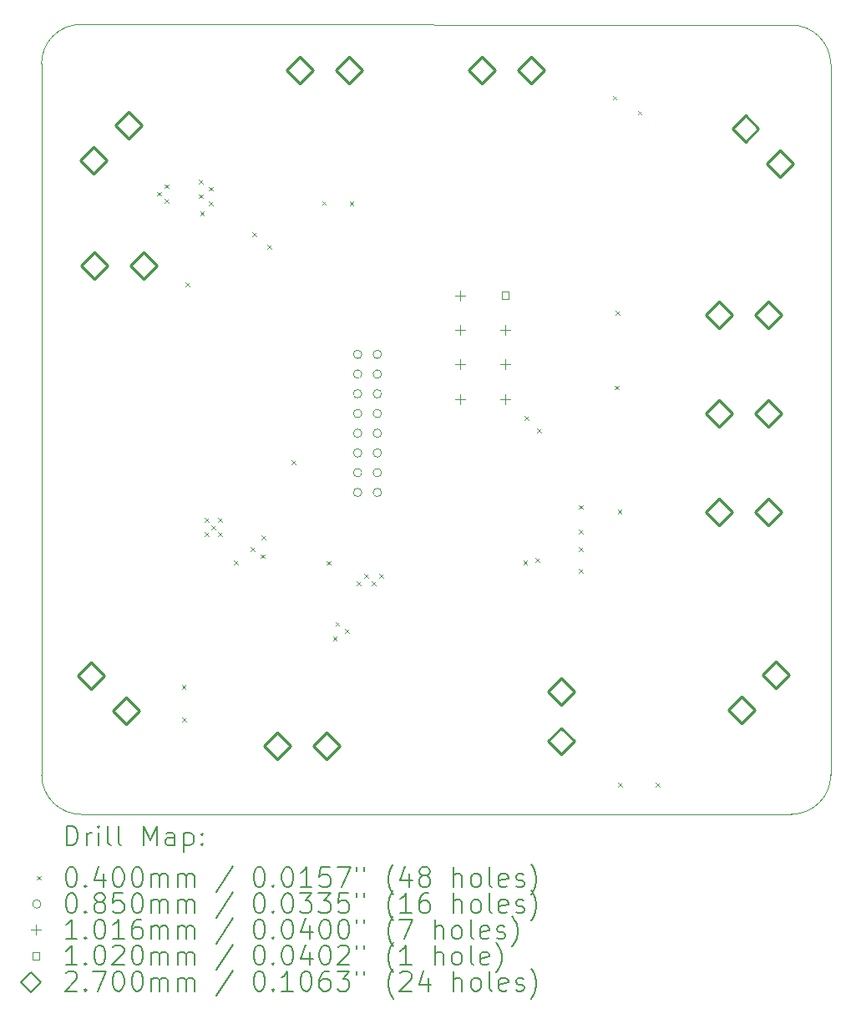
<source format=gbr>
%TF.GenerationSoftware,KiCad,Pcbnew,9.0.0*%
%TF.CreationDate,2025-03-25T13:38:44-05:00*%
%TF.ProjectId,Chassis,43686173-7369-4732-9e6b-696361645f70,rev?*%
%TF.SameCoordinates,Original*%
%TF.FileFunction,Drillmap*%
%TF.FilePolarity,Positive*%
%FSLAX45Y45*%
G04 Gerber Fmt 4.5, Leading zero omitted, Abs format (unit mm)*
G04 Created by KiCad (PCBNEW 9.0.0) date 2025-03-25 13:38:44*
%MOMM*%
%LPD*%
G01*
G04 APERTURE LIST*
%ADD10C,0.100000*%
%ADD11C,0.200000*%
%ADD12C,0.101600*%
%ADD13C,0.102000*%
%ADD14C,0.270000*%
G04 APERTURE END LIST*
D10*
X5232843Y-2532843D02*
X12434700Y-2540000D01*
X4834700Y-10140000D02*
X4832843Y-2932843D01*
X12834700Y-10140000D02*
G75*
G02*
X12434700Y-10540000I-400000J0D01*
G01*
X12834700Y-2940000D02*
X12834700Y-10140000D01*
X12434700Y-10540000D02*
X5234700Y-10540000D01*
X5234700Y-10540000D02*
G75*
G02*
X4834700Y-10140000I0J400000D01*
G01*
X12434700Y-2540000D02*
G75*
G02*
X12834700Y-2940000I0J-400000D01*
G01*
X4832843Y-2932843D02*
G75*
G02*
X5232843Y-2532843I400000J0D01*
G01*
D11*
D10*
X6005000Y-4230000D02*
X6045000Y-4270000D01*
X6045000Y-4230000D02*
X6005000Y-4270000D01*
X6080000Y-4155000D02*
X6120000Y-4195000D01*
X6120000Y-4155000D02*
X6080000Y-4195000D01*
X6080000Y-4305000D02*
X6120000Y-4345000D01*
X6120000Y-4305000D02*
X6080000Y-4345000D01*
X6255000Y-9230000D02*
X6295000Y-9270000D01*
X6295000Y-9230000D02*
X6255000Y-9270000D01*
X6260000Y-9560000D02*
X6300000Y-9600000D01*
X6300000Y-9560000D02*
X6260000Y-9600000D01*
X6290000Y-5151250D02*
X6330000Y-5191250D01*
X6330000Y-5151250D02*
X6290000Y-5191250D01*
X6430000Y-4105000D02*
X6470000Y-4145000D01*
X6470000Y-4105000D02*
X6430000Y-4145000D01*
X6430000Y-4255000D02*
X6470000Y-4295000D01*
X6470000Y-4255000D02*
X6430000Y-4295000D01*
X6440000Y-4428000D02*
X6480000Y-4468000D01*
X6480000Y-4428000D02*
X6440000Y-4468000D01*
X6485000Y-7535000D02*
X6525000Y-7575000D01*
X6525000Y-7535000D02*
X6485000Y-7575000D01*
X6485000Y-7680000D02*
X6525000Y-7720000D01*
X6525000Y-7680000D02*
X6485000Y-7720000D01*
X6530000Y-4180000D02*
X6570000Y-4220000D01*
X6570000Y-4180000D02*
X6530000Y-4220000D01*
X6530000Y-4330000D02*
X6570000Y-4370000D01*
X6570000Y-4330000D02*
X6530000Y-4370000D01*
X6555000Y-7610000D02*
X6595000Y-7650000D01*
X6595000Y-7610000D02*
X6555000Y-7650000D01*
X6625000Y-7535000D02*
X6665000Y-7575000D01*
X6665000Y-7535000D02*
X6625000Y-7575000D01*
X6625000Y-7680000D02*
X6665000Y-7720000D01*
X6665000Y-7680000D02*
X6625000Y-7720000D01*
X6785100Y-7969600D02*
X6825100Y-8009600D01*
X6825100Y-7969600D02*
X6785100Y-8009600D01*
X6955000Y-7830000D02*
X6995000Y-7870000D01*
X6995000Y-7830000D02*
X6955000Y-7870000D01*
X6970000Y-4640000D02*
X7010000Y-4680000D01*
X7010000Y-4640000D02*
X6970000Y-4680000D01*
X7055000Y-7905000D02*
X7095000Y-7945000D01*
X7095000Y-7905000D02*
X7055000Y-7945000D01*
X7064500Y-7715600D02*
X7104500Y-7755600D01*
X7104500Y-7715600D02*
X7064500Y-7755600D01*
X7120000Y-4770000D02*
X7160000Y-4810000D01*
X7160000Y-4770000D02*
X7120000Y-4810000D01*
X7370000Y-6950000D02*
X7410000Y-6990000D01*
X7410000Y-6950000D02*
X7370000Y-6990000D01*
X7676200Y-4323400D02*
X7716200Y-4363400D01*
X7716200Y-4323400D02*
X7676200Y-4363400D01*
X7722360Y-7972140D02*
X7762360Y-8012140D01*
X7762360Y-7972140D02*
X7722360Y-8012140D01*
X7787500Y-8739900D02*
X7827500Y-8779900D01*
X7827500Y-8739900D02*
X7787500Y-8779900D01*
X7812500Y-8589900D02*
X7852500Y-8629900D01*
X7852500Y-8589900D02*
X7812500Y-8629900D01*
X7912500Y-8664900D02*
X7952500Y-8704900D01*
X7952500Y-8664900D02*
X7912500Y-8704900D01*
X7955600Y-4330000D02*
X7995600Y-4370000D01*
X7995600Y-4330000D02*
X7955600Y-4370000D01*
X8030000Y-8180000D02*
X8070000Y-8220000D01*
X8070000Y-8180000D02*
X8030000Y-8220000D01*
X8105000Y-8105000D02*
X8145000Y-8145000D01*
X8145000Y-8105000D02*
X8105000Y-8145000D01*
X8180000Y-8180000D02*
X8220000Y-8220000D01*
X8220000Y-8180000D02*
X8180000Y-8220000D01*
X8255000Y-8105000D02*
X8295000Y-8145000D01*
X8295000Y-8105000D02*
X8255000Y-8145000D01*
X9717500Y-7967500D02*
X9757500Y-8007500D01*
X9757500Y-7967500D02*
X9717500Y-8007500D01*
X9730000Y-6505000D02*
X9770000Y-6545000D01*
X9770000Y-6505000D02*
X9730000Y-6545000D01*
X9842500Y-7942500D02*
X9882500Y-7982500D01*
X9882500Y-7942500D02*
X9842500Y-7982500D01*
X9855000Y-6630000D02*
X9895000Y-6670000D01*
X9895000Y-6630000D02*
X9855000Y-6670000D01*
X10280000Y-7405000D02*
X10320000Y-7445000D01*
X10320000Y-7405000D02*
X10280000Y-7445000D01*
X10280000Y-7655000D02*
X10320000Y-7695000D01*
X10320000Y-7655000D02*
X10280000Y-7695000D01*
X10280000Y-7830000D02*
X10320000Y-7870000D01*
X10320000Y-7830000D02*
X10280000Y-7870000D01*
X10280000Y-8055000D02*
X10320000Y-8095000D01*
X10320000Y-8055000D02*
X10280000Y-8095000D01*
X10622600Y-3256600D02*
X10662600Y-3296600D01*
X10662600Y-3256600D02*
X10622600Y-3296600D01*
X10645000Y-6195000D02*
X10685000Y-6235000D01*
X10685000Y-6195000D02*
X10645000Y-6235000D01*
X10655000Y-5435000D02*
X10695000Y-5475000D01*
X10695000Y-5435000D02*
X10655000Y-5475000D01*
X10675000Y-7450000D02*
X10715000Y-7490000D01*
X10715000Y-7450000D02*
X10675000Y-7490000D01*
X10680000Y-10220000D02*
X10720000Y-10260000D01*
X10720000Y-10220000D02*
X10680000Y-10260000D01*
X10876600Y-3409000D02*
X10916600Y-3449000D01*
X10916600Y-3409000D02*
X10876600Y-3449000D01*
X11060000Y-10220000D02*
X11100000Y-10260000D01*
X11100000Y-10220000D02*
X11060000Y-10260000D01*
X8080000Y-5877500D02*
G75*
G02*
X7995000Y-5877500I-42500J0D01*
G01*
X7995000Y-5877500D02*
G75*
G02*
X8080000Y-5877500I42500J0D01*
G01*
X8080000Y-6077500D02*
G75*
G02*
X7995000Y-6077500I-42500J0D01*
G01*
X7995000Y-6077500D02*
G75*
G02*
X8080000Y-6077500I42500J0D01*
G01*
X8080000Y-6277500D02*
G75*
G02*
X7995000Y-6277500I-42500J0D01*
G01*
X7995000Y-6277500D02*
G75*
G02*
X8080000Y-6277500I42500J0D01*
G01*
X8080000Y-6477500D02*
G75*
G02*
X7995000Y-6477500I-42500J0D01*
G01*
X7995000Y-6477500D02*
G75*
G02*
X8080000Y-6477500I42500J0D01*
G01*
X8080000Y-6677500D02*
G75*
G02*
X7995000Y-6677500I-42500J0D01*
G01*
X7995000Y-6677500D02*
G75*
G02*
X8080000Y-6677500I42500J0D01*
G01*
X8080000Y-6877500D02*
G75*
G02*
X7995000Y-6877500I-42500J0D01*
G01*
X7995000Y-6877500D02*
G75*
G02*
X8080000Y-6877500I42500J0D01*
G01*
X8080000Y-7077500D02*
G75*
G02*
X7995000Y-7077500I-42500J0D01*
G01*
X7995000Y-7077500D02*
G75*
G02*
X8080000Y-7077500I42500J0D01*
G01*
X8080000Y-7277500D02*
G75*
G02*
X7995000Y-7277500I-42500J0D01*
G01*
X7995000Y-7277500D02*
G75*
G02*
X8080000Y-7277500I42500J0D01*
G01*
X8280000Y-5877500D02*
G75*
G02*
X8195000Y-5877500I-42500J0D01*
G01*
X8195000Y-5877500D02*
G75*
G02*
X8280000Y-5877500I42500J0D01*
G01*
X8280000Y-6077500D02*
G75*
G02*
X8195000Y-6077500I-42500J0D01*
G01*
X8195000Y-6077500D02*
G75*
G02*
X8280000Y-6077500I42500J0D01*
G01*
X8280000Y-6277500D02*
G75*
G02*
X8195000Y-6277500I-42500J0D01*
G01*
X8195000Y-6277500D02*
G75*
G02*
X8280000Y-6277500I42500J0D01*
G01*
X8280000Y-6477500D02*
G75*
G02*
X8195000Y-6477500I-42500J0D01*
G01*
X8195000Y-6477500D02*
G75*
G02*
X8280000Y-6477500I42500J0D01*
G01*
X8280000Y-6677500D02*
G75*
G02*
X8195000Y-6677500I-42500J0D01*
G01*
X8195000Y-6677500D02*
G75*
G02*
X8280000Y-6677500I42500J0D01*
G01*
X8280000Y-6877500D02*
G75*
G02*
X8195000Y-6877500I-42500J0D01*
G01*
X8195000Y-6877500D02*
G75*
G02*
X8280000Y-6877500I42500J0D01*
G01*
X8280000Y-7077500D02*
G75*
G02*
X8195000Y-7077500I-42500J0D01*
G01*
X8195000Y-7077500D02*
G75*
G02*
X8280000Y-7077500I42500J0D01*
G01*
X8280000Y-7277500D02*
G75*
G02*
X8195000Y-7277500I-42500J0D01*
G01*
X8195000Y-7277500D02*
G75*
G02*
X8280000Y-7277500I42500J0D01*
G01*
D12*
X9074000Y-5229600D02*
X9074000Y-5331200D01*
X9023200Y-5280400D02*
X9124800Y-5280400D01*
X9074000Y-5579600D02*
X9074000Y-5681200D01*
X9023200Y-5630400D02*
X9124800Y-5630400D01*
X9074000Y-5929600D02*
X9074000Y-6031200D01*
X9023200Y-5980400D02*
X9124800Y-5980400D01*
X9074000Y-6279600D02*
X9074000Y-6381200D01*
X9023200Y-6330400D02*
X9124800Y-6330400D01*
X9534000Y-5579600D02*
X9534000Y-5681200D01*
X9483200Y-5630400D02*
X9584800Y-5630400D01*
X9534000Y-5929600D02*
X9534000Y-6031200D01*
X9483200Y-5980400D02*
X9584800Y-5980400D01*
X9534000Y-6279600D02*
X9534000Y-6381200D01*
X9483200Y-6330400D02*
X9584800Y-6330400D01*
D13*
X9570063Y-5316463D02*
X9570063Y-5244337D01*
X9497937Y-5244337D01*
X9497937Y-5316463D01*
X9570063Y-5316463D01*
D14*
X5337261Y-9272261D02*
X5472261Y-9137261D01*
X5337261Y-9002261D01*
X5202261Y-9137261D01*
X5337261Y-9272261D01*
X5359185Y-4045815D02*
X5494185Y-3910815D01*
X5359185Y-3775815D01*
X5224185Y-3910815D01*
X5359185Y-4045815D01*
X5370000Y-5110000D02*
X5505000Y-4975000D01*
X5370000Y-4840000D01*
X5235000Y-4975000D01*
X5370000Y-5110000D01*
X5690815Y-9625815D02*
X5825815Y-9490815D01*
X5690815Y-9355815D01*
X5555815Y-9490815D01*
X5690815Y-9625815D01*
X5712739Y-3692261D02*
X5847739Y-3557261D01*
X5712739Y-3422261D01*
X5577739Y-3557261D01*
X5712739Y-3692261D01*
X5870000Y-5110000D02*
X6005000Y-4975000D01*
X5870000Y-4840000D01*
X5735000Y-4975000D01*
X5870000Y-5110000D01*
X7225000Y-9985000D02*
X7360000Y-9850000D01*
X7225000Y-9715000D01*
X7090000Y-9850000D01*
X7225000Y-9985000D01*
X7450000Y-3135000D02*
X7585000Y-3000000D01*
X7450000Y-2865000D01*
X7315000Y-3000000D01*
X7450000Y-3135000D01*
X7725000Y-9985000D02*
X7860000Y-9850000D01*
X7725000Y-9715000D01*
X7590000Y-9850000D01*
X7725000Y-9985000D01*
X7950000Y-3135000D02*
X8085000Y-3000000D01*
X7950000Y-2865000D01*
X7815000Y-3000000D01*
X7950000Y-3135000D01*
X9300000Y-3135000D02*
X9435000Y-3000000D01*
X9300000Y-2865000D01*
X9165000Y-3000000D01*
X9300000Y-3135000D01*
X9800000Y-3135000D02*
X9935000Y-3000000D01*
X9800000Y-2865000D01*
X9665000Y-3000000D01*
X9800000Y-3135000D01*
X10100000Y-9435000D02*
X10235000Y-9300000D01*
X10100000Y-9165000D01*
X9965000Y-9300000D01*
X10100000Y-9435000D01*
X10100000Y-9935000D02*
X10235000Y-9800000D01*
X10100000Y-9665000D01*
X9965000Y-9800000D01*
X10100000Y-9935000D01*
X11700000Y-5610000D02*
X11835000Y-5475000D01*
X11700000Y-5340000D01*
X11565000Y-5475000D01*
X11700000Y-5610000D01*
X11700000Y-6610000D02*
X11835000Y-6475000D01*
X11700000Y-6340000D01*
X11565000Y-6475000D01*
X11700000Y-6610000D01*
X11700000Y-7610000D02*
X11835000Y-7475000D01*
X11700000Y-7340000D01*
X11565000Y-7475000D01*
X11700000Y-7610000D01*
X11927261Y-9617739D02*
X12062261Y-9482739D01*
X11927261Y-9347739D01*
X11792261Y-9482739D01*
X11927261Y-9617739D01*
X11969185Y-3724185D02*
X12104185Y-3589185D01*
X11969185Y-3454185D01*
X11834185Y-3589185D01*
X11969185Y-3724185D01*
X12200000Y-5610000D02*
X12335000Y-5475000D01*
X12200000Y-5340000D01*
X12065000Y-5475000D01*
X12200000Y-5610000D01*
X12200000Y-6610000D02*
X12335000Y-6475000D01*
X12200000Y-6340000D01*
X12065000Y-6475000D01*
X12200000Y-6610000D01*
X12200000Y-7610000D02*
X12335000Y-7475000D01*
X12200000Y-7340000D01*
X12065000Y-7475000D01*
X12200000Y-7610000D01*
X12280815Y-9264185D02*
X12415815Y-9129185D01*
X12280815Y-8994185D01*
X12145815Y-9129185D01*
X12280815Y-9264185D01*
X12322739Y-4077739D02*
X12457739Y-3942739D01*
X12322739Y-3807739D01*
X12187739Y-3942739D01*
X12322739Y-4077739D01*
D11*
X5088620Y-10856484D02*
X5088620Y-10656484D01*
X5088620Y-10656484D02*
X5136239Y-10656484D01*
X5136239Y-10656484D02*
X5164810Y-10666008D01*
X5164810Y-10666008D02*
X5183858Y-10685055D01*
X5183858Y-10685055D02*
X5193381Y-10704103D01*
X5193381Y-10704103D02*
X5202905Y-10742198D01*
X5202905Y-10742198D02*
X5202905Y-10770770D01*
X5202905Y-10770770D02*
X5193381Y-10808865D01*
X5193381Y-10808865D02*
X5183858Y-10827912D01*
X5183858Y-10827912D02*
X5164810Y-10846960D01*
X5164810Y-10846960D02*
X5136239Y-10856484D01*
X5136239Y-10856484D02*
X5088620Y-10856484D01*
X5288620Y-10856484D02*
X5288620Y-10723150D01*
X5288620Y-10761246D02*
X5298143Y-10742198D01*
X5298143Y-10742198D02*
X5307667Y-10732674D01*
X5307667Y-10732674D02*
X5326715Y-10723150D01*
X5326715Y-10723150D02*
X5345762Y-10723150D01*
X5412429Y-10856484D02*
X5412429Y-10723150D01*
X5412429Y-10656484D02*
X5402905Y-10666008D01*
X5402905Y-10666008D02*
X5412429Y-10675531D01*
X5412429Y-10675531D02*
X5421953Y-10666008D01*
X5421953Y-10666008D02*
X5412429Y-10656484D01*
X5412429Y-10656484D02*
X5412429Y-10675531D01*
X5536239Y-10856484D02*
X5517191Y-10846960D01*
X5517191Y-10846960D02*
X5507667Y-10827912D01*
X5507667Y-10827912D02*
X5507667Y-10656484D01*
X5641000Y-10856484D02*
X5621953Y-10846960D01*
X5621953Y-10846960D02*
X5612429Y-10827912D01*
X5612429Y-10827912D02*
X5612429Y-10656484D01*
X5869572Y-10856484D02*
X5869572Y-10656484D01*
X5869572Y-10656484D02*
X5936239Y-10799341D01*
X5936239Y-10799341D02*
X6002905Y-10656484D01*
X6002905Y-10656484D02*
X6002905Y-10856484D01*
X6183858Y-10856484D02*
X6183858Y-10751722D01*
X6183858Y-10751722D02*
X6174334Y-10732674D01*
X6174334Y-10732674D02*
X6155286Y-10723150D01*
X6155286Y-10723150D02*
X6117191Y-10723150D01*
X6117191Y-10723150D02*
X6098143Y-10732674D01*
X6183858Y-10846960D02*
X6164810Y-10856484D01*
X6164810Y-10856484D02*
X6117191Y-10856484D01*
X6117191Y-10856484D02*
X6098143Y-10846960D01*
X6098143Y-10846960D02*
X6088619Y-10827912D01*
X6088619Y-10827912D02*
X6088619Y-10808865D01*
X6088619Y-10808865D02*
X6098143Y-10789817D01*
X6098143Y-10789817D02*
X6117191Y-10780293D01*
X6117191Y-10780293D02*
X6164810Y-10780293D01*
X6164810Y-10780293D02*
X6183858Y-10770770D01*
X6279096Y-10723150D02*
X6279096Y-10923150D01*
X6279096Y-10732674D02*
X6298143Y-10723150D01*
X6298143Y-10723150D02*
X6336239Y-10723150D01*
X6336239Y-10723150D02*
X6355286Y-10732674D01*
X6355286Y-10732674D02*
X6364810Y-10742198D01*
X6364810Y-10742198D02*
X6374334Y-10761246D01*
X6374334Y-10761246D02*
X6374334Y-10818389D01*
X6374334Y-10818389D02*
X6364810Y-10837436D01*
X6364810Y-10837436D02*
X6355286Y-10846960D01*
X6355286Y-10846960D02*
X6336239Y-10856484D01*
X6336239Y-10856484D02*
X6298143Y-10856484D01*
X6298143Y-10856484D02*
X6279096Y-10846960D01*
X6460048Y-10837436D02*
X6469572Y-10846960D01*
X6469572Y-10846960D02*
X6460048Y-10856484D01*
X6460048Y-10856484D02*
X6450524Y-10846960D01*
X6450524Y-10846960D02*
X6460048Y-10837436D01*
X6460048Y-10837436D02*
X6460048Y-10856484D01*
X6460048Y-10732674D02*
X6469572Y-10742198D01*
X6469572Y-10742198D02*
X6460048Y-10751722D01*
X6460048Y-10751722D02*
X6450524Y-10742198D01*
X6450524Y-10742198D02*
X6460048Y-10732674D01*
X6460048Y-10732674D02*
X6460048Y-10751722D01*
D10*
X4787843Y-11165000D02*
X4827843Y-11205000D01*
X4827843Y-11165000D02*
X4787843Y-11205000D01*
D11*
X5126715Y-11076484D02*
X5145762Y-11076484D01*
X5145762Y-11076484D02*
X5164810Y-11086008D01*
X5164810Y-11086008D02*
X5174334Y-11095531D01*
X5174334Y-11095531D02*
X5183858Y-11114579D01*
X5183858Y-11114579D02*
X5193381Y-11152674D01*
X5193381Y-11152674D02*
X5193381Y-11200293D01*
X5193381Y-11200293D02*
X5183858Y-11238388D01*
X5183858Y-11238388D02*
X5174334Y-11257436D01*
X5174334Y-11257436D02*
X5164810Y-11266960D01*
X5164810Y-11266960D02*
X5145762Y-11276484D01*
X5145762Y-11276484D02*
X5126715Y-11276484D01*
X5126715Y-11276484D02*
X5107667Y-11266960D01*
X5107667Y-11266960D02*
X5098143Y-11257436D01*
X5098143Y-11257436D02*
X5088620Y-11238388D01*
X5088620Y-11238388D02*
X5079096Y-11200293D01*
X5079096Y-11200293D02*
X5079096Y-11152674D01*
X5079096Y-11152674D02*
X5088620Y-11114579D01*
X5088620Y-11114579D02*
X5098143Y-11095531D01*
X5098143Y-11095531D02*
X5107667Y-11086008D01*
X5107667Y-11086008D02*
X5126715Y-11076484D01*
X5279096Y-11257436D02*
X5288620Y-11266960D01*
X5288620Y-11266960D02*
X5279096Y-11276484D01*
X5279096Y-11276484D02*
X5269572Y-11266960D01*
X5269572Y-11266960D02*
X5279096Y-11257436D01*
X5279096Y-11257436D02*
X5279096Y-11276484D01*
X5460048Y-11143150D02*
X5460048Y-11276484D01*
X5412429Y-11066960D02*
X5364810Y-11209817D01*
X5364810Y-11209817D02*
X5488620Y-11209817D01*
X5602905Y-11076484D02*
X5621953Y-11076484D01*
X5621953Y-11076484D02*
X5641000Y-11086008D01*
X5641000Y-11086008D02*
X5650524Y-11095531D01*
X5650524Y-11095531D02*
X5660048Y-11114579D01*
X5660048Y-11114579D02*
X5669572Y-11152674D01*
X5669572Y-11152674D02*
X5669572Y-11200293D01*
X5669572Y-11200293D02*
X5660048Y-11238388D01*
X5660048Y-11238388D02*
X5650524Y-11257436D01*
X5650524Y-11257436D02*
X5641000Y-11266960D01*
X5641000Y-11266960D02*
X5621953Y-11276484D01*
X5621953Y-11276484D02*
X5602905Y-11276484D01*
X5602905Y-11276484D02*
X5583858Y-11266960D01*
X5583858Y-11266960D02*
X5574334Y-11257436D01*
X5574334Y-11257436D02*
X5564810Y-11238388D01*
X5564810Y-11238388D02*
X5555286Y-11200293D01*
X5555286Y-11200293D02*
X5555286Y-11152674D01*
X5555286Y-11152674D02*
X5564810Y-11114579D01*
X5564810Y-11114579D02*
X5574334Y-11095531D01*
X5574334Y-11095531D02*
X5583858Y-11086008D01*
X5583858Y-11086008D02*
X5602905Y-11076484D01*
X5793381Y-11076484D02*
X5812429Y-11076484D01*
X5812429Y-11076484D02*
X5831477Y-11086008D01*
X5831477Y-11086008D02*
X5841000Y-11095531D01*
X5841000Y-11095531D02*
X5850524Y-11114579D01*
X5850524Y-11114579D02*
X5860048Y-11152674D01*
X5860048Y-11152674D02*
X5860048Y-11200293D01*
X5860048Y-11200293D02*
X5850524Y-11238388D01*
X5850524Y-11238388D02*
X5841000Y-11257436D01*
X5841000Y-11257436D02*
X5831477Y-11266960D01*
X5831477Y-11266960D02*
X5812429Y-11276484D01*
X5812429Y-11276484D02*
X5793381Y-11276484D01*
X5793381Y-11276484D02*
X5774334Y-11266960D01*
X5774334Y-11266960D02*
X5764810Y-11257436D01*
X5764810Y-11257436D02*
X5755286Y-11238388D01*
X5755286Y-11238388D02*
X5745762Y-11200293D01*
X5745762Y-11200293D02*
X5745762Y-11152674D01*
X5745762Y-11152674D02*
X5755286Y-11114579D01*
X5755286Y-11114579D02*
X5764810Y-11095531D01*
X5764810Y-11095531D02*
X5774334Y-11086008D01*
X5774334Y-11086008D02*
X5793381Y-11076484D01*
X5945762Y-11276484D02*
X5945762Y-11143150D01*
X5945762Y-11162198D02*
X5955286Y-11152674D01*
X5955286Y-11152674D02*
X5974334Y-11143150D01*
X5974334Y-11143150D02*
X6002905Y-11143150D01*
X6002905Y-11143150D02*
X6021953Y-11152674D01*
X6021953Y-11152674D02*
X6031477Y-11171722D01*
X6031477Y-11171722D02*
X6031477Y-11276484D01*
X6031477Y-11171722D02*
X6041000Y-11152674D01*
X6041000Y-11152674D02*
X6060048Y-11143150D01*
X6060048Y-11143150D02*
X6088619Y-11143150D01*
X6088619Y-11143150D02*
X6107667Y-11152674D01*
X6107667Y-11152674D02*
X6117191Y-11171722D01*
X6117191Y-11171722D02*
X6117191Y-11276484D01*
X6212429Y-11276484D02*
X6212429Y-11143150D01*
X6212429Y-11162198D02*
X6221953Y-11152674D01*
X6221953Y-11152674D02*
X6241000Y-11143150D01*
X6241000Y-11143150D02*
X6269572Y-11143150D01*
X6269572Y-11143150D02*
X6288620Y-11152674D01*
X6288620Y-11152674D02*
X6298143Y-11171722D01*
X6298143Y-11171722D02*
X6298143Y-11276484D01*
X6298143Y-11171722D02*
X6307667Y-11152674D01*
X6307667Y-11152674D02*
X6326715Y-11143150D01*
X6326715Y-11143150D02*
X6355286Y-11143150D01*
X6355286Y-11143150D02*
X6374334Y-11152674D01*
X6374334Y-11152674D02*
X6383858Y-11171722D01*
X6383858Y-11171722D02*
X6383858Y-11276484D01*
X6774334Y-11066960D02*
X6602905Y-11324103D01*
X7031477Y-11076484D02*
X7050524Y-11076484D01*
X7050524Y-11076484D02*
X7069572Y-11086008D01*
X7069572Y-11086008D02*
X7079096Y-11095531D01*
X7079096Y-11095531D02*
X7088620Y-11114579D01*
X7088620Y-11114579D02*
X7098143Y-11152674D01*
X7098143Y-11152674D02*
X7098143Y-11200293D01*
X7098143Y-11200293D02*
X7088620Y-11238388D01*
X7088620Y-11238388D02*
X7079096Y-11257436D01*
X7079096Y-11257436D02*
X7069572Y-11266960D01*
X7069572Y-11266960D02*
X7050524Y-11276484D01*
X7050524Y-11276484D02*
X7031477Y-11276484D01*
X7031477Y-11276484D02*
X7012429Y-11266960D01*
X7012429Y-11266960D02*
X7002905Y-11257436D01*
X7002905Y-11257436D02*
X6993382Y-11238388D01*
X6993382Y-11238388D02*
X6983858Y-11200293D01*
X6983858Y-11200293D02*
X6983858Y-11152674D01*
X6983858Y-11152674D02*
X6993382Y-11114579D01*
X6993382Y-11114579D02*
X7002905Y-11095531D01*
X7002905Y-11095531D02*
X7012429Y-11086008D01*
X7012429Y-11086008D02*
X7031477Y-11076484D01*
X7183858Y-11257436D02*
X7193382Y-11266960D01*
X7193382Y-11266960D02*
X7183858Y-11276484D01*
X7183858Y-11276484D02*
X7174334Y-11266960D01*
X7174334Y-11266960D02*
X7183858Y-11257436D01*
X7183858Y-11257436D02*
X7183858Y-11276484D01*
X7317191Y-11076484D02*
X7336239Y-11076484D01*
X7336239Y-11076484D02*
X7355286Y-11086008D01*
X7355286Y-11086008D02*
X7364810Y-11095531D01*
X7364810Y-11095531D02*
X7374334Y-11114579D01*
X7374334Y-11114579D02*
X7383858Y-11152674D01*
X7383858Y-11152674D02*
X7383858Y-11200293D01*
X7383858Y-11200293D02*
X7374334Y-11238388D01*
X7374334Y-11238388D02*
X7364810Y-11257436D01*
X7364810Y-11257436D02*
X7355286Y-11266960D01*
X7355286Y-11266960D02*
X7336239Y-11276484D01*
X7336239Y-11276484D02*
X7317191Y-11276484D01*
X7317191Y-11276484D02*
X7298143Y-11266960D01*
X7298143Y-11266960D02*
X7288620Y-11257436D01*
X7288620Y-11257436D02*
X7279096Y-11238388D01*
X7279096Y-11238388D02*
X7269572Y-11200293D01*
X7269572Y-11200293D02*
X7269572Y-11152674D01*
X7269572Y-11152674D02*
X7279096Y-11114579D01*
X7279096Y-11114579D02*
X7288620Y-11095531D01*
X7288620Y-11095531D02*
X7298143Y-11086008D01*
X7298143Y-11086008D02*
X7317191Y-11076484D01*
X7574334Y-11276484D02*
X7460048Y-11276484D01*
X7517191Y-11276484D02*
X7517191Y-11076484D01*
X7517191Y-11076484D02*
X7498143Y-11105055D01*
X7498143Y-11105055D02*
X7479096Y-11124103D01*
X7479096Y-11124103D02*
X7460048Y-11133627D01*
X7755286Y-11076484D02*
X7660048Y-11076484D01*
X7660048Y-11076484D02*
X7650524Y-11171722D01*
X7650524Y-11171722D02*
X7660048Y-11162198D01*
X7660048Y-11162198D02*
X7679096Y-11152674D01*
X7679096Y-11152674D02*
X7726715Y-11152674D01*
X7726715Y-11152674D02*
X7745763Y-11162198D01*
X7745763Y-11162198D02*
X7755286Y-11171722D01*
X7755286Y-11171722D02*
X7764810Y-11190769D01*
X7764810Y-11190769D02*
X7764810Y-11238388D01*
X7764810Y-11238388D02*
X7755286Y-11257436D01*
X7755286Y-11257436D02*
X7745763Y-11266960D01*
X7745763Y-11266960D02*
X7726715Y-11276484D01*
X7726715Y-11276484D02*
X7679096Y-11276484D01*
X7679096Y-11276484D02*
X7660048Y-11266960D01*
X7660048Y-11266960D02*
X7650524Y-11257436D01*
X7831477Y-11076484D02*
X7964810Y-11076484D01*
X7964810Y-11076484D02*
X7879096Y-11276484D01*
X8031477Y-11076484D02*
X8031477Y-11114579D01*
X8107667Y-11076484D02*
X8107667Y-11114579D01*
X8402906Y-11352674D02*
X8393382Y-11343150D01*
X8393382Y-11343150D02*
X8374334Y-11314579D01*
X8374334Y-11314579D02*
X8364810Y-11295531D01*
X8364810Y-11295531D02*
X8355286Y-11266960D01*
X8355286Y-11266960D02*
X8345763Y-11219341D01*
X8345763Y-11219341D02*
X8345763Y-11181246D01*
X8345763Y-11181246D02*
X8355286Y-11133627D01*
X8355286Y-11133627D02*
X8364810Y-11105055D01*
X8364810Y-11105055D02*
X8374334Y-11086008D01*
X8374334Y-11086008D02*
X8393382Y-11057436D01*
X8393382Y-11057436D02*
X8402906Y-11047912D01*
X8564810Y-11143150D02*
X8564810Y-11276484D01*
X8517191Y-11066960D02*
X8469572Y-11209817D01*
X8469572Y-11209817D02*
X8593382Y-11209817D01*
X8698144Y-11162198D02*
X8679096Y-11152674D01*
X8679096Y-11152674D02*
X8669572Y-11143150D01*
X8669572Y-11143150D02*
X8660048Y-11124103D01*
X8660048Y-11124103D02*
X8660048Y-11114579D01*
X8660048Y-11114579D02*
X8669572Y-11095531D01*
X8669572Y-11095531D02*
X8679096Y-11086008D01*
X8679096Y-11086008D02*
X8698144Y-11076484D01*
X8698144Y-11076484D02*
X8736239Y-11076484D01*
X8736239Y-11076484D02*
X8755287Y-11086008D01*
X8755287Y-11086008D02*
X8764810Y-11095531D01*
X8764810Y-11095531D02*
X8774334Y-11114579D01*
X8774334Y-11114579D02*
X8774334Y-11124103D01*
X8774334Y-11124103D02*
X8764810Y-11143150D01*
X8764810Y-11143150D02*
X8755287Y-11152674D01*
X8755287Y-11152674D02*
X8736239Y-11162198D01*
X8736239Y-11162198D02*
X8698144Y-11162198D01*
X8698144Y-11162198D02*
X8679096Y-11171722D01*
X8679096Y-11171722D02*
X8669572Y-11181246D01*
X8669572Y-11181246D02*
X8660048Y-11200293D01*
X8660048Y-11200293D02*
X8660048Y-11238388D01*
X8660048Y-11238388D02*
X8669572Y-11257436D01*
X8669572Y-11257436D02*
X8679096Y-11266960D01*
X8679096Y-11266960D02*
X8698144Y-11276484D01*
X8698144Y-11276484D02*
X8736239Y-11276484D01*
X8736239Y-11276484D02*
X8755287Y-11266960D01*
X8755287Y-11266960D02*
X8764810Y-11257436D01*
X8764810Y-11257436D02*
X8774334Y-11238388D01*
X8774334Y-11238388D02*
X8774334Y-11200293D01*
X8774334Y-11200293D02*
X8764810Y-11181246D01*
X8764810Y-11181246D02*
X8755287Y-11171722D01*
X8755287Y-11171722D02*
X8736239Y-11162198D01*
X9012429Y-11276484D02*
X9012429Y-11076484D01*
X9098144Y-11276484D02*
X9098144Y-11171722D01*
X9098144Y-11171722D02*
X9088620Y-11152674D01*
X9088620Y-11152674D02*
X9069572Y-11143150D01*
X9069572Y-11143150D02*
X9041001Y-11143150D01*
X9041001Y-11143150D02*
X9021953Y-11152674D01*
X9021953Y-11152674D02*
X9012429Y-11162198D01*
X9221953Y-11276484D02*
X9202906Y-11266960D01*
X9202906Y-11266960D02*
X9193382Y-11257436D01*
X9193382Y-11257436D02*
X9183858Y-11238388D01*
X9183858Y-11238388D02*
X9183858Y-11181246D01*
X9183858Y-11181246D02*
X9193382Y-11162198D01*
X9193382Y-11162198D02*
X9202906Y-11152674D01*
X9202906Y-11152674D02*
X9221953Y-11143150D01*
X9221953Y-11143150D02*
X9250525Y-11143150D01*
X9250525Y-11143150D02*
X9269572Y-11152674D01*
X9269572Y-11152674D02*
X9279096Y-11162198D01*
X9279096Y-11162198D02*
X9288620Y-11181246D01*
X9288620Y-11181246D02*
X9288620Y-11238388D01*
X9288620Y-11238388D02*
X9279096Y-11257436D01*
X9279096Y-11257436D02*
X9269572Y-11266960D01*
X9269572Y-11266960D02*
X9250525Y-11276484D01*
X9250525Y-11276484D02*
X9221953Y-11276484D01*
X9402906Y-11276484D02*
X9383858Y-11266960D01*
X9383858Y-11266960D02*
X9374334Y-11247912D01*
X9374334Y-11247912D02*
X9374334Y-11076484D01*
X9555287Y-11266960D02*
X9536239Y-11276484D01*
X9536239Y-11276484D02*
X9498144Y-11276484D01*
X9498144Y-11276484D02*
X9479096Y-11266960D01*
X9479096Y-11266960D02*
X9469572Y-11247912D01*
X9469572Y-11247912D02*
X9469572Y-11171722D01*
X9469572Y-11171722D02*
X9479096Y-11152674D01*
X9479096Y-11152674D02*
X9498144Y-11143150D01*
X9498144Y-11143150D02*
X9536239Y-11143150D01*
X9536239Y-11143150D02*
X9555287Y-11152674D01*
X9555287Y-11152674D02*
X9564810Y-11171722D01*
X9564810Y-11171722D02*
X9564810Y-11190769D01*
X9564810Y-11190769D02*
X9469572Y-11209817D01*
X9641001Y-11266960D02*
X9660049Y-11276484D01*
X9660049Y-11276484D02*
X9698144Y-11276484D01*
X9698144Y-11276484D02*
X9717191Y-11266960D01*
X9717191Y-11266960D02*
X9726715Y-11247912D01*
X9726715Y-11247912D02*
X9726715Y-11238388D01*
X9726715Y-11238388D02*
X9717191Y-11219341D01*
X9717191Y-11219341D02*
X9698144Y-11209817D01*
X9698144Y-11209817D02*
X9669572Y-11209817D01*
X9669572Y-11209817D02*
X9650525Y-11200293D01*
X9650525Y-11200293D02*
X9641001Y-11181246D01*
X9641001Y-11181246D02*
X9641001Y-11171722D01*
X9641001Y-11171722D02*
X9650525Y-11152674D01*
X9650525Y-11152674D02*
X9669572Y-11143150D01*
X9669572Y-11143150D02*
X9698144Y-11143150D01*
X9698144Y-11143150D02*
X9717191Y-11152674D01*
X9793382Y-11352674D02*
X9802906Y-11343150D01*
X9802906Y-11343150D02*
X9821953Y-11314579D01*
X9821953Y-11314579D02*
X9831477Y-11295531D01*
X9831477Y-11295531D02*
X9841001Y-11266960D01*
X9841001Y-11266960D02*
X9850525Y-11219341D01*
X9850525Y-11219341D02*
X9850525Y-11181246D01*
X9850525Y-11181246D02*
X9841001Y-11133627D01*
X9841001Y-11133627D02*
X9831477Y-11105055D01*
X9831477Y-11105055D02*
X9821953Y-11086008D01*
X9821953Y-11086008D02*
X9802906Y-11057436D01*
X9802906Y-11057436D02*
X9793382Y-11047912D01*
D10*
X4827843Y-11449000D02*
G75*
G02*
X4742843Y-11449000I-42500J0D01*
G01*
X4742843Y-11449000D02*
G75*
G02*
X4827843Y-11449000I42500J0D01*
G01*
D11*
X5126715Y-11340484D02*
X5145762Y-11340484D01*
X5145762Y-11340484D02*
X5164810Y-11350008D01*
X5164810Y-11350008D02*
X5174334Y-11359531D01*
X5174334Y-11359531D02*
X5183858Y-11378579D01*
X5183858Y-11378579D02*
X5193381Y-11416674D01*
X5193381Y-11416674D02*
X5193381Y-11464293D01*
X5193381Y-11464293D02*
X5183858Y-11502388D01*
X5183858Y-11502388D02*
X5174334Y-11521436D01*
X5174334Y-11521436D02*
X5164810Y-11530960D01*
X5164810Y-11530960D02*
X5145762Y-11540484D01*
X5145762Y-11540484D02*
X5126715Y-11540484D01*
X5126715Y-11540484D02*
X5107667Y-11530960D01*
X5107667Y-11530960D02*
X5098143Y-11521436D01*
X5098143Y-11521436D02*
X5088620Y-11502388D01*
X5088620Y-11502388D02*
X5079096Y-11464293D01*
X5079096Y-11464293D02*
X5079096Y-11416674D01*
X5079096Y-11416674D02*
X5088620Y-11378579D01*
X5088620Y-11378579D02*
X5098143Y-11359531D01*
X5098143Y-11359531D02*
X5107667Y-11350008D01*
X5107667Y-11350008D02*
X5126715Y-11340484D01*
X5279096Y-11521436D02*
X5288620Y-11530960D01*
X5288620Y-11530960D02*
X5279096Y-11540484D01*
X5279096Y-11540484D02*
X5269572Y-11530960D01*
X5269572Y-11530960D02*
X5279096Y-11521436D01*
X5279096Y-11521436D02*
X5279096Y-11540484D01*
X5402905Y-11426198D02*
X5383858Y-11416674D01*
X5383858Y-11416674D02*
X5374334Y-11407150D01*
X5374334Y-11407150D02*
X5364810Y-11388103D01*
X5364810Y-11388103D02*
X5364810Y-11378579D01*
X5364810Y-11378579D02*
X5374334Y-11359531D01*
X5374334Y-11359531D02*
X5383858Y-11350008D01*
X5383858Y-11350008D02*
X5402905Y-11340484D01*
X5402905Y-11340484D02*
X5441001Y-11340484D01*
X5441001Y-11340484D02*
X5460048Y-11350008D01*
X5460048Y-11350008D02*
X5469572Y-11359531D01*
X5469572Y-11359531D02*
X5479096Y-11378579D01*
X5479096Y-11378579D02*
X5479096Y-11388103D01*
X5479096Y-11388103D02*
X5469572Y-11407150D01*
X5469572Y-11407150D02*
X5460048Y-11416674D01*
X5460048Y-11416674D02*
X5441001Y-11426198D01*
X5441001Y-11426198D02*
X5402905Y-11426198D01*
X5402905Y-11426198D02*
X5383858Y-11435722D01*
X5383858Y-11435722D02*
X5374334Y-11445246D01*
X5374334Y-11445246D02*
X5364810Y-11464293D01*
X5364810Y-11464293D02*
X5364810Y-11502388D01*
X5364810Y-11502388D02*
X5374334Y-11521436D01*
X5374334Y-11521436D02*
X5383858Y-11530960D01*
X5383858Y-11530960D02*
X5402905Y-11540484D01*
X5402905Y-11540484D02*
X5441001Y-11540484D01*
X5441001Y-11540484D02*
X5460048Y-11530960D01*
X5460048Y-11530960D02*
X5469572Y-11521436D01*
X5469572Y-11521436D02*
X5479096Y-11502388D01*
X5479096Y-11502388D02*
X5479096Y-11464293D01*
X5479096Y-11464293D02*
X5469572Y-11445246D01*
X5469572Y-11445246D02*
X5460048Y-11435722D01*
X5460048Y-11435722D02*
X5441001Y-11426198D01*
X5660048Y-11340484D02*
X5564810Y-11340484D01*
X5564810Y-11340484D02*
X5555286Y-11435722D01*
X5555286Y-11435722D02*
X5564810Y-11426198D01*
X5564810Y-11426198D02*
X5583858Y-11416674D01*
X5583858Y-11416674D02*
X5631477Y-11416674D01*
X5631477Y-11416674D02*
X5650524Y-11426198D01*
X5650524Y-11426198D02*
X5660048Y-11435722D01*
X5660048Y-11435722D02*
X5669572Y-11454769D01*
X5669572Y-11454769D02*
X5669572Y-11502388D01*
X5669572Y-11502388D02*
X5660048Y-11521436D01*
X5660048Y-11521436D02*
X5650524Y-11530960D01*
X5650524Y-11530960D02*
X5631477Y-11540484D01*
X5631477Y-11540484D02*
X5583858Y-11540484D01*
X5583858Y-11540484D02*
X5564810Y-11530960D01*
X5564810Y-11530960D02*
X5555286Y-11521436D01*
X5793381Y-11340484D02*
X5812429Y-11340484D01*
X5812429Y-11340484D02*
X5831477Y-11350008D01*
X5831477Y-11350008D02*
X5841000Y-11359531D01*
X5841000Y-11359531D02*
X5850524Y-11378579D01*
X5850524Y-11378579D02*
X5860048Y-11416674D01*
X5860048Y-11416674D02*
X5860048Y-11464293D01*
X5860048Y-11464293D02*
X5850524Y-11502388D01*
X5850524Y-11502388D02*
X5841000Y-11521436D01*
X5841000Y-11521436D02*
X5831477Y-11530960D01*
X5831477Y-11530960D02*
X5812429Y-11540484D01*
X5812429Y-11540484D02*
X5793381Y-11540484D01*
X5793381Y-11540484D02*
X5774334Y-11530960D01*
X5774334Y-11530960D02*
X5764810Y-11521436D01*
X5764810Y-11521436D02*
X5755286Y-11502388D01*
X5755286Y-11502388D02*
X5745762Y-11464293D01*
X5745762Y-11464293D02*
X5745762Y-11416674D01*
X5745762Y-11416674D02*
X5755286Y-11378579D01*
X5755286Y-11378579D02*
X5764810Y-11359531D01*
X5764810Y-11359531D02*
X5774334Y-11350008D01*
X5774334Y-11350008D02*
X5793381Y-11340484D01*
X5945762Y-11540484D02*
X5945762Y-11407150D01*
X5945762Y-11426198D02*
X5955286Y-11416674D01*
X5955286Y-11416674D02*
X5974334Y-11407150D01*
X5974334Y-11407150D02*
X6002905Y-11407150D01*
X6002905Y-11407150D02*
X6021953Y-11416674D01*
X6021953Y-11416674D02*
X6031477Y-11435722D01*
X6031477Y-11435722D02*
X6031477Y-11540484D01*
X6031477Y-11435722D02*
X6041000Y-11416674D01*
X6041000Y-11416674D02*
X6060048Y-11407150D01*
X6060048Y-11407150D02*
X6088619Y-11407150D01*
X6088619Y-11407150D02*
X6107667Y-11416674D01*
X6107667Y-11416674D02*
X6117191Y-11435722D01*
X6117191Y-11435722D02*
X6117191Y-11540484D01*
X6212429Y-11540484D02*
X6212429Y-11407150D01*
X6212429Y-11426198D02*
X6221953Y-11416674D01*
X6221953Y-11416674D02*
X6241000Y-11407150D01*
X6241000Y-11407150D02*
X6269572Y-11407150D01*
X6269572Y-11407150D02*
X6288620Y-11416674D01*
X6288620Y-11416674D02*
X6298143Y-11435722D01*
X6298143Y-11435722D02*
X6298143Y-11540484D01*
X6298143Y-11435722D02*
X6307667Y-11416674D01*
X6307667Y-11416674D02*
X6326715Y-11407150D01*
X6326715Y-11407150D02*
X6355286Y-11407150D01*
X6355286Y-11407150D02*
X6374334Y-11416674D01*
X6374334Y-11416674D02*
X6383858Y-11435722D01*
X6383858Y-11435722D02*
X6383858Y-11540484D01*
X6774334Y-11330960D02*
X6602905Y-11588103D01*
X7031477Y-11340484D02*
X7050524Y-11340484D01*
X7050524Y-11340484D02*
X7069572Y-11350008D01*
X7069572Y-11350008D02*
X7079096Y-11359531D01*
X7079096Y-11359531D02*
X7088620Y-11378579D01*
X7088620Y-11378579D02*
X7098143Y-11416674D01*
X7098143Y-11416674D02*
X7098143Y-11464293D01*
X7098143Y-11464293D02*
X7088620Y-11502388D01*
X7088620Y-11502388D02*
X7079096Y-11521436D01*
X7079096Y-11521436D02*
X7069572Y-11530960D01*
X7069572Y-11530960D02*
X7050524Y-11540484D01*
X7050524Y-11540484D02*
X7031477Y-11540484D01*
X7031477Y-11540484D02*
X7012429Y-11530960D01*
X7012429Y-11530960D02*
X7002905Y-11521436D01*
X7002905Y-11521436D02*
X6993382Y-11502388D01*
X6993382Y-11502388D02*
X6983858Y-11464293D01*
X6983858Y-11464293D02*
X6983858Y-11416674D01*
X6983858Y-11416674D02*
X6993382Y-11378579D01*
X6993382Y-11378579D02*
X7002905Y-11359531D01*
X7002905Y-11359531D02*
X7012429Y-11350008D01*
X7012429Y-11350008D02*
X7031477Y-11340484D01*
X7183858Y-11521436D02*
X7193382Y-11530960D01*
X7193382Y-11530960D02*
X7183858Y-11540484D01*
X7183858Y-11540484D02*
X7174334Y-11530960D01*
X7174334Y-11530960D02*
X7183858Y-11521436D01*
X7183858Y-11521436D02*
X7183858Y-11540484D01*
X7317191Y-11340484D02*
X7336239Y-11340484D01*
X7336239Y-11340484D02*
X7355286Y-11350008D01*
X7355286Y-11350008D02*
X7364810Y-11359531D01*
X7364810Y-11359531D02*
X7374334Y-11378579D01*
X7374334Y-11378579D02*
X7383858Y-11416674D01*
X7383858Y-11416674D02*
X7383858Y-11464293D01*
X7383858Y-11464293D02*
X7374334Y-11502388D01*
X7374334Y-11502388D02*
X7364810Y-11521436D01*
X7364810Y-11521436D02*
X7355286Y-11530960D01*
X7355286Y-11530960D02*
X7336239Y-11540484D01*
X7336239Y-11540484D02*
X7317191Y-11540484D01*
X7317191Y-11540484D02*
X7298143Y-11530960D01*
X7298143Y-11530960D02*
X7288620Y-11521436D01*
X7288620Y-11521436D02*
X7279096Y-11502388D01*
X7279096Y-11502388D02*
X7269572Y-11464293D01*
X7269572Y-11464293D02*
X7269572Y-11416674D01*
X7269572Y-11416674D02*
X7279096Y-11378579D01*
X7279096Y-11378579D02*
X7288620Y-11359531D01*
X7288620Y-11359531D02*
X7298143Y-11350008D01*
X7298143Y-11350008D02*
X7317191Y-11340484D01*
X7450524Y-11340484D02*
X7574334Y-11340484D01*
X7574334Y-11340484D02*
X7507667Y-11416674D01*
X7507667Y-11416674D02*
X7536239Y-11416674D01*
X7536239Y-11416674D02*
X7555286Y-11426198D01*
X7555286Y-11426198D02*
X7564810Y-11435722D01*
X7564810Y-11435722D02*
X7574334Y-11454769D01*
X7574334Y-11454769D02*
X7574334Y-11502388D01*
X7574334Y-11502388D02*
X7564810Y-11521436D01*
X7564810Y-11521436D02*
X7555286Y-11530960D01*
X7555286Y-11530960D02*
X7536239Y-11540484D01*
X7536239Y-11540484D02*
X7479096Y-11540484D01*
X7479096Y-11540484D02*
X7460048Y-11530960D01*
X7460048Y-11530960D02*
X7450524Y-11521436D01*
X7641001Y-11340484D02*
X7764810Y-11340484D01*
X7764810Y-11340484D02*
X7698143Y-11416674D01*
X7698143Y-11416674D02*
X7726715Y-11416674D01*
X7726715Y-11416674D02*
X7745763Y-11426198D01*
X7745763Y-11426198D02*
X7755286Y-11435722D01*
X7755286Y-11435722D02*
X7764810Y-11454769D01*
X7764810Y-11454769D02*
X7764810Y-11502388D01*
X7764810Y-11502388D02*
X7755286Y-11521436D01*
X7755286Y-11521436D02*
X7745763Y-11530960D01*
X7745763Y-11530960D02*
X7726715Y-11540484D01*
X7726715Y-11540484D02*
X7669572Y-11540484D01*
X7669572Y-11540484D02*
X7650524Y-11530960D01*
X7650524Y-11530960D02*
X7641001Y-11521436D01*
X7945763Y-11340484D02*
X7850524Y-11340484D01*
X7850524Y-11340484D02*
X7841001Y-11435722D01*
X7841001Y-11435722D02*
X7850524Y-11426198D01*
X7850524Y-11426198D02*
X7869572Y-11416674D01*
X7869572Y-11416674D02*
X7917191Y-11416674D01*
X7917191Y-11416674D02*
X7936239Y-11426198D01*
X7936239Y-11426198D02*
X7945763Y-11435722D01*
X7945763Y-11435722D02*
X7955286Y-11454769D01*
X7955286Y-11454769D02*
X7955286Y-11502388D01*
X7955286Y-11502388D02*
X7945763Y-11521436D01*
X7945763Y-11521436D02*
X7936239Y-11530960D01*
X7936239Y-11530960D02*
X7917191Y-11540484D01*
X7917191Y-11540484D02*
X7869572Y-11540484D01*
X7869572Y-11540484D02*
X7850524Y-11530960D01*
X7850524Y-11530960D02*
X7841001Y-11521436D01*
X8031477Y-11340484D02*
X8031477Y-11378579D01*
X8107667Y-11340484D02*
X8107667Y-11378579D01*
X8402906Y-11616674D02*
X8393382Y-11607150D01*
X8393382Y-11607150D02*
X8374334Y-11578579D01*
X8374334Y-11578579D02*
X8364810Y-11559531D01*
X8364810Y-11559531D02*
X8355286Y-11530960D01*
X8355286Y-11530960D02*
X8345763Y-11483341D01*
X8345763Y-11483341D02*
X8345763Y-11445246D01*
X8345763Y-11445246D02*
X8355286Y-11397627D01*
X8355286Y-11397627D02*
X8364810Y-11369055D01*
X8364810Y-11369055D02*
X8374334Y-11350008D01*
X8374334Y-11350008D02*
X8393382Y-11321436D01*
X8393382Y-11321436D02*
X8402906Y-11311912D01*
X8583858Y-11540484D02*
X8469572Y-11540484D01*
X8526715Y-11540484D02*
X8526715Y-11340484D01*
X8526715Y-11340484D02*
X8507667Y-11369055D01*
X8507667Y-11369055D02*
X8488620Y-11388103D01*
X8488620Y-11388103D02*
X8469572Y-11397627D01*
X8755287Y-11340484D02*
X8717191Y-11340484D01*
X8717191Y-11340484D02*
X8698144Y-11350008D01*
X8698144Y-11350008D02*
X8688620Y-11359531D01*
X8688620Y-11359531D02*
X8669572Y-11388103D01*
X8669572Y-11388103D02*
X8660048Y-11426198D01*
X8660048Y-11426198D02*
X8660048Y-11502388D01*
X8660048Y-11502388D02*
X8669572Y-11521436D01*
X8669572Y-11521436D02*
X8679096Y-11530960D01*
X8679096Y-11530960D02*
X8698144Y-11540484D01*
X8698144Y-11540484D02*
X8736239Y-11540484D01*
X8736239Y-11540484D02*
X8755287Y-11530960D01*
X8755287Y-11530960D02*
X8764810Y-11521436D01*
X8764810Y-11521436D02*
X8774334Y-11502388D01*
X8774334Y-11502388D02*
X8774334Y-11454769D01*
X8774334Y-11454769D02*
X8764810Y-11435722D01*
X8764810Y-11435722D02*
X8755287Y-11426198D01*
X8755287Y-11426198D02*
X8736239Y-11416674D01*
X8736239Y-11416674D02*
X8698144Y-11416674D01*
X8698144Y-11416674D02*
X8679096Y-11426198D01*
X8679096Y-11426198D02*
X8669572Y-11435722D01*
X8669572Y-11435722D02*
X8660048Y-11454769D01*
X9012429Y-11540484D02*
X9012429Y-11340484D01*
X9098144Y-11540484D02*
X9098144Y-11435722D01*
X9098144Y-11435722D02*
X9088620Y-11416674D01*
X9088620Y-11416674D02*
X9069572Y-11407150D01*
X9069572Y-11407150D02*
X9041001Y-11407150D01*
X9041001Y-11407150D02*
X9021953Y-11416674D01*
X9021953Y-11416674D02*
X9012429Y-11426198D01*
X9221953Y-11540484D02*
X9202906Y-11530960D01*
X9202906Y-11530960D02*
X9193382Y-11521436D01*
X9193382Y-11521436D02*
X9183858Y-11502388D01*
X9183858Y-11502388D02*
X9183858Y-11445246D01*
X9183858Y-11445246D02*
X9193382Y-11426198D01*
X9193382Y-11426198D02*
X9202906Y-11416674D01*
X9202906Y-11416674D02*
X9221953Y-11407150D01*
X9221953Y-11407150D02*
X9250525Y-11407150D01*
X9250525Y-11407150D02*
X9269572Y-11416674D01*
X9269572Y-11416674D02*
X9279096Y-11426198D01*
X9279096Y-11426198D02*
X9288620Y-11445246D01*
X9288620Y-11445246D02*
X9288620Y-11502388D01*
X9288620Y-11502388D02*
X9279096Y-11521436D01*
X9279096Y-11521436D02*
X9269572Y-11530960D01*
X9269572Y-11530960D02*
X9250525Y-11540484D01*
X9250525Y-11540484D02*
X9221953Y-11540484D01*
X9402906Y-11540484D02*
X9383858Y-11530960D01*
X9383858Y-11530960D02*
X9374334Y-11511912D01*
X9374334Y-11511912D02*
X9374334Y-11340484D01*
X9555287Y-11530960D02*
X9536239Y-11540484D01*
X9536239Y-11540484D02*
X9498144Y-11540484D01*
X9498144Y-11540484D02*
X9479096Y-11530960D01*
X9479096Y-11530960D02*
X9469572Y-11511912D01*
X9469572Y-11511912D02*
X9469572Y-11435722D01*
X9469572Y-11435722D02*
X9479096Y-11416674D01*
X9479096Y-11416674D02*
X9498144Y-11407150D01*
X9498144Y-11407150D02*
X9536239Y-11407150D01*
X9536239Y-11407150D02*
X9555287Y-11416674D01*
X9555287Y-11416674D02*
X9564810Y-11435722D01*
X9564810Y-11435722D02*
X9564810Y-11454769D01*
X9564810Y-11454769D02*
X9469572Y-11473817D01*
X9641001Y-11530960D02*
X9660049Y-11540484D01*
X9660049Y-11540484D02*
X9698144Y-11540484D01*
X9698144Y-11540484D02*
X9717191Y-11530960D01*
X9717191Y-11530960D02*
X9726715Y-11511912D01*
X9726715Y-11511912D02*
X9726715Y-11502388D01*
X9726715Y-11502388D02*
X9717191Y-11483341D01*
X9717191Y-11483341D02*
X9698144Y-11473817D01*
X9698144Y-11473817D02*
X9669572Y-11473817D01*
X9669572Y-11473817D02*
X9650525Y-11464293D01*
X9650525Y-11464293D02*
X9641001Y-11445246D01*
X9641001Y-11445246D02*
X9641001Y-11435722D01*
X9641001Y-11435722D02*
X9650525Y-11416674D01*
X9650525Y-11416674D02*
X9669572Y-11407150D01*
X9669572Y-11407150D02*
X9698144Y-11407150D01*
X9698144Y-11407150D02*
X9717191Y-11416674D01*
X9793382Y-11616674D02*
X9802906Y-11607150D01*
X9802906Y-11607150D02*
X9821953Y-11578579D01*
X9821953Y-11578579D02*
X9831477Y-11559531D01*
X9831477Y-11559531D02*
X9841001Y-11530960D01*
X9841001Y-11530960D02*
X9850525Y-11483341D01*
X9850525Y-11483341D02*
X9850525Y-11445246D01*
X9850525Y-11445246D02*
X9841001Y-11397627D01*
X9841001Y-11397627D02*
X9831477Y-11369055D01*
X9831477Y-11369055D02*
X9821953Y-11350008D01*
X9821953Y-11350008D02*
X9802906Y-11321436D01*
X9802906Y-11321436D02*
X9793382Y-11311912D01*
D12*
X4777043Y-11662200D02*
X4777043Y-11763800D01*
X4726243Y-11713000D02*
X4827843Y-11713000D01*
D11*
X5193381Y-11804484D02*
X5079096Y-11804484D01*
X5136239Y-11804484D02*
X5136239Y-11604484D01*
X5136239Y-11604484D02*
X5117191Y-11633055D01*
X5117191Y-11633055D02*
X5098143Y-11652103D01*
X5098143Y-11652103D02*
X5079096Y-11661627D01*
X5279096Y-11785436D02*
X5288620Y-11794960D01*
X5288620Y-11794960D02*
X5279096Y-11804484D01*
X5279096Y-11804484D02*
X5269572Y-11794960D01*
X5269572Y-11794960D02*
X5279096Y-11785436D01*
X5279096Y-11785436D02*
X5279096Y-11804484D01*
X5412429Y-11604484D02*
X5431477Y-11604484D01*
X5431477Y-11604484D02*
X5450524Y-11614008D01*
X5450524Y-11614008D02*
X5460048Y-11623531D01*
X5460048Y-11623531D02*
X5469572Y-11642579D01*
X5469572Y-11642579D02*
X5479096Y-11680674D01*
X5479096Y-11680674D02*
X5479096Y-11728293D01*
X5479096Y-11728293D02*
X5469572Y-11766388D01*
X5469572Y-11766388D02*
X5460048Y-11785436D01*
X5460048Y-11785436D02*
X5450524Y-11794960D01*
X5450524Y-11794960D02*
X5431477Y-11804484D01*
X5431477Y-11804484D02*
X5412429Y-11804484D01*
X5412429Y-11804484D02*
X5393381Y-11794960D01*
X5393381Y-11794960D02*
X5383858Y-11785436D01*
X5383858Y-11785436D02*
X5374334Y-11766388D01*
X5374334Y-11766388D02*
X5364810Y-11728293D01*
X5364810Y-11728293D02*
X5364810Y-11680674D01*
X5364810Y-11680674D02*
X5374334Y-11642579D01*
X5374334Y-11642579D02*
X5383858Y-11623531D01*
X5383858Y-11623531D02*
X5393381Y-11614008D01*
X5393381Y-11614008D02*
X5412429Y-11604484D01*
X5669572Y-11804484D02*
X5555286Y-11804484D01*
X5612429Y-11804484D02*
X5612429Y-11604484D01*
X5612429Y-11604484D02*
X5593381Y-11633055D01*
X5593381Y-11633055D02*
X5574334Y-11652103D01*
X5574334Y-11652103D02*
X5555286Y-11661627D01*
X5841000Y-11604484D02*
X5802905Y-11604484D01*
X5802905Y-11604484D02*
X5783858Y-11614008D01*
X5783858Y-11614008D02*
X5774334Y-11623531D01*
X5774334Y-11623531D02*
X5755286Y-11652103D01*
X5755286Y-11652103D02*
X5745762Y-11690198D01*
X5745762Y-11690198D02*
X5745762Y-11766388D01*
X5745762Y-11766388D02*
X5755286Y-11785436D01*
X5755286Y-11785436D02*
X5764810Y-11794960D01*
X5764810Y-11794960D02*
X5783858Y-11804484D01*
X5783858Y-11804484D02*
X5821953Y-11804484D01*
X5821953Y-11804484D02*
X5841000Y-11794960D01*
X5841000Y-11794960D02*
X5850524Y-11785436D01*
X5850524Y-11785436D02*
X5860048Y-11766388D01*
X5860048Y-11766388D02*
X5860048Y-11718769D01*
X5860048Y-11718769D02*
X5850524Y-11699722D01*
X5850524Y-11699722D02*
X5841000Y-11690198D01*
X5841000Y-11690198D02*
X5821953Y-11680674D01*
X5821953Y-11680674D02*
X5783858Y-11680674D01*
X5783858Y-11680674D02*
X5764810Y-11690198D01*
X5764810Y-11690198D02*
X5755286Y-11699722D01*
X5755286Y-11699722D02*
X5745762Y-11718769D01*
X5945762Y-11804484D02*
X5945762Y-11671150D01*
X5945762Y-11690198D02*
X5955286Y-11680674D01*
X5955286Y-11680674D02*
X5974334Y-11671150D01*
X5974334Y-11671150D02*
X6002905Y-11671150D01*
X6002905Y-11671150D02*
X6021953Y-11680674D01*
X6021953Y-11680674D02*
X6031477Y-11699722D01*
X6031477Y-11699722D02*
X6031477Y-11804484D01*
X6031477Y-11699722D02*
X6041000Y-11680674D01*
X6041000Y-11680674D02*
X6060048Y-11671150D01*
X6060048Y-11671150D02*
X6088619Y-11671150D01*
X6088619Y-11671150D02*
X6107667Y-11680674D01*
X6107667Y-11680674D02*
X6117191Y-11699722D01*
X6117191Y-11699722D02*
X6117191Y-11804484D01*
X6212429Y-11804484D02*
X6212429Y-11671150D01*
X6212429Y-11690198D02*
X6221953Y-11680674D01*
X6221953Y-11680674D02*
X6241000Y-11671150D01*
X6241000Y-11671150D02*
X6269572Y-11671150D01*
X6269572Y-11671150D02*
X6288620Y-11680674D01*
X6288620Y-11680674D02*
X6298143Y-11699722D01*
X6298143Y-11699722D02*
X6298143Y-11804484D01*
X6298143Y-11699722D02*
X6307667Y-11680674D01*
X6307667Y-11680674D02*
X6326715Y-11671150D01*
X6326715Y-11671150D02*
X6355286Y-11671150D01*
X6355286Y-11671150D02*
X6374334Y-11680674D01*
X6374334Y-11680674D02*
X6383858Y-11699722D01*
X6383858Y-11699722D02*
X6383858Y-11804484D01*
X6774334Y-11594960D02*
X6602905Y-11852103D01*
X7031477Y-11604484D02*
X7050524Y-11604484D01*
X7050524Y-11604484D02*
X7069572Y-11614008D01*
X7069572Y-11614008D02*
X7079096Y-11623531D01*
X7079096Y-11623531D02*
X7088620Y-11642579D01*
X7088620Y-11642579D02*
X7098143Y-11680674D01*
X7098143Y-11680674D02*
X7098143Y-11728293D01*
X7098143Y-11728293D02*
X7088620Y-11766388D01*
X7088620Y-11766388D02*
X7079096Y-11785436D01*
X7079096Y-11785436D02*
X7069572Y-11794960D01*
X7069572Y-11794960D02*
X7050524Y-11804484D01*
X7050524Y-11804484D02*
X7031477Y-11804484D01*
X7031477Y-11804484D02*
X7012429Y-11794960D01*
X7012429Y-11794960D02*
X7002905Y-11785436D01*
X7002905Y-11785436D02*
X6993382Y-11766388D01*
X6993382Y-11766388D02*
X6983858Y-11728293D01*
X6983858Y-11728293D02*
X6983858Y-11680674D01*
X6983858Y-11680674D02*
X6993382Y-11642579D01*
X6993382Y-11642579D02*
X7002905Y-11623531D01*
X7002905Y-11623531D02*
X7012429Y-11614008D01*
X7012429Y-11614008D02*
X7031477Y-11604484D01*
X7183858Y-11785436D02*
X7193382Y-11794960D01*
X7193382Y-11794960D02*
X7183858Y-11804484D01*
X7183858Y-11804484D02*
X7174334Y-11794960D01*
X7174334Y-11794960D02*
X7183858Y-11785436D01*
X7183858Y-11785436D02*
X7183858Y-11804484D01*
X7317191Y-11604484D02*
X7336239Y-11604484D01*
X7336239Y-11604484D02*
X7355286Y-11614008D01*
X7355286Y-11614008D02*
X7364810Y-11623531D01*
X7364810Y-11623531D02*
X7374334Y-11642579D01*
X7374334Y-11642579D02*
X7383858Y-11680674D01*
X7383858Y-11680674D02*
X7383858Y-11728293D01*
X7383858Y-11728293D02*
X7374334Y-11766388D01*
X7374334Y-11766388D02*
X7364810Y-11785436D01*
X7364810Y-11785436D02*
X7355286Y-11794960D01*
X7355286Y-11794960D02*
X7336239Y-11804484D01*
X7336239Y-11804484D02*
X7317191Y-11804484D01*
X7317191Y-11804484D02*
X7298143Y-11794960D01*
X7298143Y-11794960D02*
X7288620Y-11785436D01*
X7288620Y-11785436D02*
X7279096Y-11766388D01*
X7279096Y-11766388D02*
X7269572Y-11728293D01*
X7269572Y-11728293D02*
X7269572Y-11680674D01*
X7269572Y-11680674D02*
X7279096Y-11642579D01*
X7279096Y-11642579D02*
X7288620Y-11623531D01*
X7288620Y-11623531D02*
X7298143Y-11614008D01*
X7298143Y-11614008D02*
X7317191Y-11604484D01*
X7555286Y-11671150D02*
X7555286Y-11804484D01*
X7507667Y-11594960D02*
X7460048Y-11737817D01*
X7460048Y-11737817D02*
X7583858Y-11737817D01*
X7698143Y-11604484D02*
X7717191Y-11604484D01*
X7717191Y-11604484D02*
X7736239Y-11614008D01*
X7736239Y-11614008D02*
X7745763Y-11623531D01*
X7745763Y-11623531D02*
X7755286Y-11642579D01*
X7755286Y-11642579D02*
X7764810Y-11680674D01*
X7764810Y-11680674D02*
X7764810Y-11728293D01*
X7764810Y-11728293D02*
X7755286Y-11766388D01*
X7755286Y-11766388D02*
X7745763Y-11785436D01*
X7745763Y-11785436D02*
X7736239Y-11794960D01*
X7736239Y-11794960D02*
X7717191Y-11804484D01*
X7717191Y-11804484D02*
X7698143Y-11804484D01*
X7698143Y-11804484D02*
X7679096Y-11794960D01*
X7679096Y-11794960D02*
X7669572Y-11785436D01*
X7669572Y-11785436D02*
X7660048Y-11766388D01*
X7660048Y-11766388D02*
X7650524Y-11728293D01*
X7650524Y-11728293D02*
X7650524Y-11680674D01*
X7650524Y-11680674D02*
X7660048Y-11642579D01*
X7660048Y-11642579D02*
X7669572Y-11623531D01*
X7669572Y-11623531D02*
X7679096Y-11614008D01*
X7679096Y-11614008D02*
X7698143Y-11604484D01*
X7888620Y-11604484D02*
X7907667Y-11604484D01*
X7907667Y-11604484D02*
X7926715Y-11614008D01*
X7926715Y-11614008D02*
X7936239Y-11623531D01*
X7936239Y-11623531D02*
X7945763Y-11642579D01*
X7945763Y-11642579D02*
X7955286Y-11680674D01*
X7955286Y-11680674D02*
X7955286Y-11728293D01*
X7955286Y-11728293D02*
X7945763Y-11766388D01*
X7945763Y-11766388D02*
X7936239Y-11785436D01*
X7936239Y-11785436D02*
X7926715Y-11794960D01*
X7926715Y-11794960D02*
X7907667Y-11804484D01*
X7907667Y-11804484D02*
X7888620Y-11804484D01*
X7888620Y-11804484D02*
X7869572Y-11794960D01*
X7869572Y-11794960D02*
X7860048Y-11785436D01*
X7860048Y-11785436D02*
X7850524Y-11766388D01*
X7850524Y-11766388D02*
X7841001Y-11728293D01*
X7841001Y-11728293D02*
X7841001Y-11680674D01*
X7841001Y-11680674D02*
X7850524Y-11642579D01*
X7850524Y-11642579D02*
X7860048Y-11623531D01*
X7860048Y-11623531D02*
X7869572Y-11614008D01*
X7869572Y-11614008D02*
X7888620Y-11604484D01*
X8031477Y-11604484D02*
X8031477Y-11642579D01*
X8107667Y-11604484D02*
X8107667Y-11642579D01*
X8402906Y-11880674D02*
X8393382Y-11871150D01*
X8393382Y-11871150D02*
X8374334Y-11842579D01*
X8374334Y-11842579D02*
X8364810Y-11823531D01*
X8364810Y-11823531D02*
X8355286Y-11794960D01*
X8355286Y-11794960D02*
X8345763Y-11747341D01*
X8345763Y-11747341D02*
X8345763Y-11709246D01*
X8345763Y-11709246D02*
X8355286Y-11661627D01*
X8355286Y-11661627D02*
X8364810Y-11633055D01*
X8364810Y-11633055D02*
X8374334Y-11614008D01*
X8374334Y-11614008D02*
X8393382Y-11585436D01*
X8393382Y-11585436D02*
X8402906Y-11575912D01*
X8460048Y-11604484D02*
X8593382Y-11604484D01*
X8593382Y-11604484D02*
X8507667Y-11804484D01*
X8821953Y-11804484D02*
X8821953Y-11604484D01*
X8907668Y-11804484D02*
X8907668Y-11699722D01*
X8907668Y-11699722D02*
X8898144Y-11680674D01*
X8898144Y-11680674D02*
X8879096Y-11671150D01*
X8879096Y-11671150D02*
X8850525Y-11671150D01*
X8850525Y-11671150D02*
X8831477Y-11680674D01*
X8831477Y-11680674D02*
X8821953Y-11690198D01*
X9031477Y-11804484D02*
X9012429Y-11794960D01*
X9012429Y-11794960D02*
X9002906Y-11785436D01*
X9002906Y-11785436D02*
X8993382Y-11766388D01*
X8993382Y-11766388D02*
X8993382Y-11709246D01*
X8993382Y-11709246D02*
X9002906Y-11690198D01*
X9002906Y-11690198D02*
X9012429Y-11680674D01*
X9012429Y-11680674D02*
X9031477Y-11671150D01*
X9031477Y-11671150D02*
X9060049Y-11671150D01*
X9060049Y-11671150D02*
X9079096Y-11680674D01*
X9079096Y-11680674D02*
X9088620Y-11690198D01*
X9088620Y-11690198D02*
X9098144Y-11709246D01*
X9098144Y-11709246D02*
X9098144Y-11766388D01*
X9098144Y-11766388D02*
X9088620Y-11785436D01*
X9088620Y-11785436D02*
X9079096Y-11794960D01*
X9079096Y-11794960D02*
X9060049Y-11804484D01*
X9060049Y-11804484D02*
X9031477Y-11804484D01*
X9212429Y-11804484D02*
X9193382Y-11794960D01*
X9193382Y-11794960D02*
X9183858Y-11775912D01*
X9183858Y-11775912D02*
X9183858Y-11604484D01*
X9364810Y-11794960D02*
X9345763Y-11804484D01*
X9345763Y-11804484D02*
X9307668Y-11804484D01*
X9307668Y-11804484D02*
X9288620Y-11794960D01*
X9288620Y-11794960D02*
X9279096Y-11775912D01*
X9279096Y-11775912D02*
X9279096Y-11699722D01*
X9279096Y-11699722D02*
X9288620Y-11680674D01*
X9288620Y-11680674D02*
X9307668Y-11671150D01*
X9307668Y-11671150D02*
X9345763Y-11671150D01*
X9345763Y-11671150D02*
X9364810Y-11680674D01*
X9364810Y-11680674D02*
X9374334Y-11699722D01*
X9374334Y-11699722D02*
X9374334Y-11718769D01*
X9374334Y-11718769D02*
X9279096Y-11737817D01*
X9450525Y-11794960D02*
X9469572Y-11804484D01*
X9469572Y-11804484D02*
X9507668Y-11804484D01*
X9507668Y-11804484D02*
X9526715Y-11794960D01*
X9526715Y-11794960D02*
X9536239Y-11775912D01*
X9536239Y-11775912D02*
X9536239Y-11766388D01*
X9536239Y-11766388D02*
X9526715Y-11747341D01*
X9526715Y-11747341D02*
X9507668Y-11737817D01*
X9507668Y-11737817D02*
X9479096Y-11737817D01*
X9479096Y-11737817D02*
X9460049Y-11728293D01*
X9460049Y-11728293D02*
X9450525Y-11709246D01*
X9450525Y-11709246D02*
X9450525Y-11699722D01*
X9450525Y-11699722D02*
X9460049Y-11680674D01*
X9460049Y-11680674D02*
X9479096Y-11671150D01*
X9479096Y-11671150D02*
X9507668Y-11671150D01*
X9507668Y-11671150D02*
X9526715Y-11680674D01*
X9602906Y-11880674D02*
X9612430Y-11871150D01*
X9612430Y-11871150D02*
X9631477Y-11842579D01*
X9631477Y-11842579D02*
X9641001Y-11823531D01*
X9641001Y-11823531D02*
X9650525Y-11794960D01*
X9650525Y-11794960D02*
X9660049Y-11747341D01*
X9660049Y-11747341D02*
X9660049Y-11709246D01*
X9660049Y-11709246D02*
X9650525Y-11661627D01*
X9650525Y-11661627D02*
X9641001Y-11633055D01*
X9641001Y-11633055D02*
X9631477Y-11614008D01*
X9631477Y-11614008D02*
X9612430Y-11585436D01*
X9612430Y-11585436D02*
X9602906Y-11575912D01*
D13*
X4812906Y-12013063D02*
X4812906Y-11940937D01*
X4740780Y-11940937D01*
X4740780Y-12013063D01*
X4812906Y-12013063D01*
D11*
X5193381Y-12068484D02*
X5079096Y-12068484D01*
X5136239Y-12068484D02*
X5136239Y-11868484D01*
X5136239Y-11868484D02*
X5117191Y-11897055D01*
X5117191Y-11897055D02*
X5098143Y-11916103D01*
X5098143Y-11916103D02*
X5079096Y-11925627D01*
X5279096Y-12049436D02*
X5288620Y-12058960D01*
X5288620Y-12058960D02*
X5279096Y-12068484D01*
X5279096Y-12068484D02*
X5269572Y-12058960D01*
X5269572Y-12058960D02*
X5279096Y-12049436D01*
X5279096Y-12049436D02*
X5279096Y-12068484D01*
X5412429Y-11868484D02*
X5431477Y-11868484D01*
X5431477Y-11868484D02*
X5450524Y-11878008D01*
X5450524Y-11878008D02*
X5460048Y-11887531D01*
X5460048Y-11887531D02*
X5469572Y-11906579D01*
X5469572Y-11906579D02*
X5479096Y-11944674D01*
X5479096Y-11944674D02*
X5479096Y-11992293D01*
X5479096Y-11992293D02*
X5469572Y-12030388D01*
X5469572Y-12030388D02*
X5460048Y-12049436D01*
X5460048Y-12049436D02*
X5450524Y-12058960D01*
X5450524Y-12058960D02*
X5431477Y-12068484D01*
X5431477Y-12068484D02*
X5412429Y-12068484D01*
X5412429Y-12068484D02*
X5393381Y-12058960D01*
X5393381Y-12058960D02*
X5383858Y-12049436D01*
X5383858Y-12049436D02*
X5374334Y-12030388D01*
X5374334Y-12030388D02*
X5364810Y-11992293D01*
X5364810Y-11992293D02*
X5364810Y-11944674D01*
X5364810Y-11944674D02*
X5374334Y-11906579D01*
X5374334Y-11906579D02*
X5383858Y-11887531D01*
X5383858Y-11887531D02*
X5393381Y-11878008D01*
X5393381Y-11878008D02*
X5412429Y-11868484D01*
X5555286Y-11887531D02*
X5564810Y-11878008D01*
X5564810Y-11878008D02*
X5583858Y-11868484D01*
X5583858Y-11868484D02*
X5631477Y-11868484D01*
X5631477Y-11868484D02*
X5650524Y-11878008D01*
X5650524Y-11878008D02*
X5660048Y-11887531D01*
X5660048Y-11887531D02*
X5669572Y-11906579D01*
X5669572Y-11906579D02*
X5669572Y-11925627D01*
X5669572Y-11925627D02*
X5660048Y-11954198D01*
X5660048Y-11954198D02*
X5545762Y-12068484D01*
X5545762Y-12068484D02*
X5669572Y-12068484D01*
X5793381Y-11868484D02*
X5812429Y-11868484D01*
X5812429Y-11868484D02*
X5831477Y-11878008D01*
X5831477Y-11878008D02*
X5841000Y-11887531D01*
X5841000Y-11887531D02*
X5850524Y-11906579D01*
X5850524Y-11906579D02*
X5860048Y-11944674D01*
X5860048Y-11944674D02*
X5860048Y-11992293D01*
X5860048Y-11992293D02*
X5850524Y-12030388D01*
X5850524Y-12030388D02*
X5841000Y-12049436D01*
X5841000Y-12049436D02*
X5831477Y-12058960D01*
X5831477Y-12058960D02*
X5812429Y-12068484D01*
X5812429Y-12068484D02*
X5793381Y-12068484D01*
X5793381Y-12068484D02*
X5774334Y-12058960D01*
X5774334Y-12058960D02*
X5764810Y-12049436D01*
X5764810Y-12049436D02*
X5755286Y-12030388D01*
X5755286Y-12030388D02*
X5745762Y-11992293D01*
X5745762Y-11992293D02*
X5745762Y-11944674D01*
X5745762Y-11944674D02*
X5755286Y-11906579D01*
X5755286Y-11906579D02*
X5764810Y-11887531D01*
X5764810Y-11887531D02*
X5774334Y-11878008D01*
X5774334Y-11878008D02*
X5793381Y-11868484D01*
X5945762Y-12068484D02*
X5945762Y-11935150D01*
X5945762Y-11954198D02*
X5955286Y-11944674D01*
X5955286Y-11944674D02*
X5974334Y-11935150D01*
X5974334Y-11935150D02*
X6002905Y-11935150D01*
X6002905Y-11935150D02*
X6021953Y-11944674D01*
X6021953Y-11944674D02*
X6031477Y-11963722D01*
X6031477Y-11963722D02*
X6031477Y-12068484D01*
X6031477Y-11963722D02*
X6041000Y-11944674D01*
X6041000Y-11944674D02*
X6060048Y-11935150D01*
X6060048Y-11935150D02*
X6088619Y-11935150D01*
X6088619Y-11935150D02*
X6107667Y-11944674D01*
X6107667Y-11944674D02*
X6117191Y-11963722D01*
X6117191Y-11963722D02*
X6117191Y-12068484D01*
X6212429Y-12068484D02*
X6212429Y-11935150D01*
X6212429Y-11954198D02*
X6221953Y-11944674D01*
X6221953Y-11944674D02*
X6241000Y-11935150D01*
X6241000Y-11935150D02*
X6269572Y-11935150D01*
X6269572Y-11935150D02*
X6288620Y-11944674D01*
X6288620Y-11944674D02*
X6298143Y-11963722D01*
X6298143Y-11963722D02*
X6298143Y-12068484D01*
X6298143Y-11963722D02*
X6307667Y-11944674D01*
X6307667Y-11944674D02*
X6326715Y-11935150D01*
X6326715Y-11935150D02*
X6355286Y-11935150D01*
X6355286Y-11935150D02*
X6374334Y-11944674D01*
X6374334Y-11944674D02*
X6383858Y-11963722D01*
X6383858Y-11963722D02*
X6383858Y-12068484D01*
X6774334Y-11858960D02*
X6602905Y-12116103D01*
X7031477Y-11868484D02*
X7050524Y-11868484D01*
X7050524Y-11868484D02*
X7069572Y-11878008D01*
X7069572Y-11878008D02*
X7079096Y-11887531D01*
X7079096Y-11887531D02*
X7088620Y-11906579D01*
X7088620Y-11906579D02*
X7098143Y-11944674D01*
X7098143Y-11944674D02*
X7098143Y-11992293D01*
X7098143Y-11992293D02*
X7088620Y-12030388D01*
X7088620Y-12030388D02*
X7079096Y-12049436D01*
X7079096Y-12049436D02*
X7069572Y-12058960D01*
X7069572Y-12058960D02*
X7050524Y-12068484D01*
X7050524Y-12068484D02*
X7031477Y-12068484D01*
X7031477Y-12068484D02*
X7012429Y-12058960D01*
X7012429Y-12058960D02*
X7002905Y-12049436D01*
X7002905Y-12049436D02*
X6993382Y-12030388D01*
X6993382Y-12030388D02*
X6983858Y-11992293D01*
X6983858Y-11992293D02*
X6983858Y-11944674D01*
X6983858Y-11944674D02*
X6993382Y-11906579D01*
X6993382Y-11906579D02*
X7002905Y-11887531D01*
X7002905Y-11887531D02*
X7012429Y-11878008D01*
X7012429Y-11878008D02*
X7031477Y-11868484D01*
X7183858Y-12049436D02*
X7193382Y-12058960D01*
X7193382Y-12058960D02*
X7183858Y-12068484D01*
X7183858Y-12068484D02*
X7174334Y-12058960D01*
X7174334Y-12058960D02*
X7183858Y-12049436D01*
X7183858Y-12049436D02*
X7183858Y-12068484D01*
X7317191Y-11868484D02*
X7336239Y-11868484D01*
X7336239Y-11868484D02*
X7355286Y-11878008D01*
X7355286Y-11878008D02*
X7364810Y-11887531D01*
X7364810Y-11887531D02*
X7374334Y-11906579D01*
X7374334Y-11906579D02*
X7383858Y-11944674D01*
X7383858Y-11944674D02*
X7383858Y-11992293D01*
X7383858Y-11992293D02*
X7374334Y-12030388D01*
X7374334Y-12030388D02*
X7364810Y-12049436D01*
X7364810Y-12049436D02*
X7355286Y-12058960D01*
X7355286Y-12058960D02*
X7336239Y-12068484D01*
X7336239Y-12068484D02*
X7317191Y-12068484D01*
X7317191Y-12068484D02*
X7298143Y-12058960D01*
X7298143Y-12058960D02*
X7288620Y-12049436D01*
X7288620Y-12049436D02*
X7279096Y-12030388D01*
X7279096Y-12030388D02*
X7269572Y-11992293D01*
X7269572Y-11992293D02*
X7269572Y-11944674D01*
X7269572Y-11944674D02*
X7279096Y-11906579D01*
X7279096Y-11906579D02*
X7288620Y-11887531D01*
X7288620Y-11887531D02*
X7298143Y-11878008D01*
X7298143Y-11878008D02*
X7317191Y-11868484D01*
X7555286Y-11935150D02*
X7555286Y-12068484D01*
X7507667Y-11858960D02*
X7460048Y-12001817D01*
X7460048Y-12001817D02*
X7583858Y-12001817D01*
X7698143Y-11868484D02*
X7717191Y-11868484D01*
X7717191Y-11868484D02*
X7736239Y-11878008D01*
X7736239Y-11878008D02*
X7745763Y-11887531D01*
X7745763Y-11887531D02*
X7755286Y-11906579D01*
X7755286Y-11906579D02*
X7764810Y-11944674D01*
X7764810Y-11944674D02*
X7764810Y-11992293D01*
X7764810Y-11992293D02*
X7755286Y-12030388D01*
X7755286Y-12030388D02*
X7745763Y-12049436D01*
X7745763Y-12049436D02*
X7736239Y-12058960D01*
X7736239Y-12058960D02*
X7717191Y-12068484D01*
X7717191Y-12068484D02*
X7698143Y-12068484D01*
X7698143Y-12068484D02*
X7679096Y-12058960D01*
X7679096Y-12058960D02*
X7669572Y-12049436D01*
X7669572Y-12049436D02*
X7660048Y-12030388D01*
X7660048Y-12030388D02*
X7650524Y-11992293D01*
X7650524Y-11992293D02*
X7650524Y-11944674D01*
X7650524Y-11944674D02*
X7660048Y-11906579D01*
X7660048Y-11906579D02*
X7669572Y-11887531D01*
X7669572Y-11887531D02*
X7679096Y-11878008D01*
X7679096Y-11878008D02*
X7698143Y-11868484D01*
X7841001Y-11887531D02*
X7850524Y-11878008D01*
X7850524Y-11878008D02*
X7869572Y-11868484D01*
X7869572Y-11868484D02*
X7917191Y-11868484D01*
X7917191Y-11868484D02*
X7936239Y-11878008D01*
X7936239Y-11878008D02*
X7945763Y-11887531D01*
X7945763Y-11887531D02*
X7955286Y-11906579D01*
X7955286Y-11906579D02*
X7955286Y-11925627D01*
X7955286Y-11925627D02*
X7945763Y-11954198D01*
X7945763Y-11954198D02*
X7831477Y-12068484D01*
X7831477Y-12068484D02*
X7955286Y-12068484D01*
X8031477Y-11868484D02*
X8031477Y-11906579D01*
X8107667Y-11868484D02*
X8107667Y-11906579D01*
X8402906Y-12144674D02*
X8393382Y-12135150D01*
X8393382Y-12135150D02*
X8374334Y-12106579D01*
X8374334Y-12106579D02*
X8364810Y-12087531D01*
X8364810Y-12087531D02*
X8355286Y-12058960D01*
X8355286Y-12058960D02*
X8345763Y-12011341D01*
X8345763Y-12011341D02*
X8345763Y-11973246D01*
X8345763Y-11973246D02*
X8355286Y-11925627D01*
X8355286Y-11925627D02*
X8364810Y-11897055D01*
X8364810Y-11897055D02*
X8374334Y-11878008D01*
X8374334Y-11878008D02*
X8393382Y-11849436D01*
X8393382Y-11849436D02*
X8402906Y-11839912D01*
X8583858Y-12068484D02*
X8469572Y-12068484D01*
X8526715Y-12068484D02*
X8526715Y-11868484D01*
X8526715Y-11868484D02*
X8507667Y-11897055D01*
X8507667Y-11897055D02*
X8488620Y-11916103D01*
X8488620Y-11916103D02*
X8469572Y-11925627D01*
X8821953Y-12068484D02*
X8821953Y-11868484D01*
X8907668Y-12068484D02*
X8907668Y-11963722D01*
X8907668Y-11963722D02*
X8898144Y-11944674D01*
X8898144Y-11944674D02*
X8879096Y-11935150D01*
X8879096Y-11935150D02*
X8850525Y-11935150D01*
X8850525Y-11935150D02*
X8831477Y-11944674D01*
X8831477Y-11944674D02*
X8821953Y-11954198D01*
X9031477Y-12068484D02*
X9012429Y-12058960D01*
X9012429Y-12058960D02*
X9002906Y-12049436D01*
X9002906Y-12049436D02*
X8993382Y-12030388D01*
X8993382Y-12030388D02*
X8993382Y-11973246D01*
X8993382Y-11973246D02*
X9002906Y-11954198D01*
X9002906Y-11954198D02*
X9012429Y-11944674D01*
X9012429Y-11944674D02*
X9031477Y-11935150D01*
X9031477Y-11935150D02*
X9060049Y-11935150D01*
X9060049Y-11935150D02*
X9079096Y-11944674D01*
X9079096Y-11944674D02*
X9088620Y-11954198D01*
X9088620Y-11954198D02*
X9098144Y-11973246D01*
X9098144Y-11973246D02*
X9098144Y-12030388D01*
X9098144Y-12030388D02*
X9088620Y-12049436D01*
X9088620Y-12049436D02*
X9079096Y-12058960D01*
X9079096Y-12058960D02*
X9060049Y-12068484D01*
X9060049Y-12068484D02*
X9031477Y-12068484D01*
X9212429Y-12068484D02*
X9193382Y-12058960D01*
X9193382Y-12058960D02*
X9183858Y-12039912D01*
X9183858Y-12039912D02*
X9183858Y-11868484D01*
X9364810Y-12058960D02*
X9345763Y-12068484D01*
X9345763Y-12068484D02*
X9307668Y-12068484D01*
X9307668Y-12068484D02*
X9288620Y-12058960D01*
X9288620Y-12058960D02*
X9279096Y-12039912D01*
X9279096Y-12039912D02*
X9279096Y-11963722D01*
X9279096Y-11963722D02*
X9288620Y-11944674D01*
X9288620Y-11944674D02*
X9307668Y-11935150D01*
X9307668Y-11935150D02*
X9345763Y-11935150D01*
X9345763Y-11935150D02*
X9364810Y-11944674D01*
X9364810Y-11944674D02*
X9374334Y-11963722D01*
X9374334Y-11963722D02*
X9374334Y-11982769D01*
X9374334Y-11982769D02*
X9279096Y-12001817D01*
X9441001Y-12144674D02*
X9450525Y-12135150D01*
X9450525Y-12135150D02*
X9469572Y-12106579D01*
X9469572Y-12106579D02*
X9479096Y-12087531D01*
X9479096Y-12087531D02*
X9488620Y-12058960D01*
X9488620Y-12058960D02*
X9498144Y-12011341D01*
X9498144Y-12011341D02*
X9498144Y-11973246D01*
X9498144Y-11973246D02*
X9488620Y-11925627D01*
X9488620Y-11925627D02*
X9479096Y-11897055D01*
X9479096Y-11897055D02*
X9469572Y-11878008D01*
X9469572Y-11878008D02*
X9450525Y-11849436D01*
X9450525Y-11849436D02*
X9441001Y-11839912D01*
X4727843Y-12341000D02*
X4827843Y-12241000D01*
X4727843Y-12141000D01*
X4627843Y-12241000D01*
X4727843Y-12341000D01*
X5079096Y-12151531D02*
X5088620Y-12142008D01*
X5088620Y-12142008D02*
X5107667Y-12132484D01*
X5107667Y-12132484D02*
X5155286Y-12132484D01*
X5155286Y-12132484D02*
X5174334Y-12142008D01*
X5174334Y-12142008D02*
X5183858Y-12151531D01*
X5183858Y-12151531D02*
X5193381Y-12170579D01*
X5193381Y-12170579D02*
X5193381Y-12189627D01*
X5193381Y-12189627D02*
X5183858Y-12218198D01*
X5183858Y-12218198D02*
X5069572Y-12332484D01*
X5069572Y-12332484D02*
X5193381Y-12332484D01*
X5279096Y-12313436D02*
X5288620Y-12322960D01*
X5288620Y-12322960D02*
X5279096Y-12332484D01*
X5279096Y-12332484D02*
X5269572Y-12322960D01*
X5269572Y-12322960D02*
X5279096Y-12313436D01*
X5279096Y-12313436D02*
X5279096Y-12332484D01*
X5355286Y-12132484D02*
X5488620Y-12132484D01*
X5488620Y-12132484D02*
X5402905Y-12332484D01*
X5602905Y-12132484D02*
X5621953Y-12132484D01*
X5621953Y-12132484D02*
X5641000Y-12142008D01*
X5641000Y-12142008D02*
X5650524Y-12151531D01*
X5650524Y-12151531D02*
X5660048Y-12170579D01*
X5660048Y-12170579D02*
X5669572Y-12208674D01*
X5669572Y-12208674D02*
X5669572Y-12256293D01*
X5669572Y-12256293D02*
X5660048Y-12294388D01*
X5660048Y-12294388D02*
X5650524Y-12313436D01*
X5650524Y-12313436D02*
X5641000Y-12322960D01*
X5641000Y-12322960D02*
X5621953Y-12332484D01*
X5621953Y-12332484D02*
X5602905Y-12332484D01*
X5602905Y-12332484D02*
X5583858Y-12322960D01*
X5583858Y-12322960D02*
X5574334Y-12313436D01*
X5574334Y-12313436D02*
X5564810Y-12294388D01*
X5564810Y-12294388D02*
X5555286Y-12256293D01*
X5555286Y-12256293D02*
X5555286Y-12208674D01*
X5555286Y-12208674D02*
X5564810Y-12170579D01*
X5564810Y-12170579D02*
X5574334Y-12151531D01*
X5574334Y-12151531D02*
X5583858Y-12142008D01*
X5583858Y-12142008D02*
X5602905Y-12132484D01*
X5793381Y-12132484D02*
X5812429Y-12132484D01*
X5812429Y-12132484D02*
X5831477Y-12142008D01*
X5831477Y-12142008D02*
X5841000Y-12151531D01*
X5841000Y-12151531D02*
X5850524Y-12170579D01*
X5850524Y-12170579D02*
X5860048Y-12208674D01*
X5860048Y-12208674D02*
X5860048Y-12256293D01*
X5860048Y-12256293D02*
X5850524Y-12294388D01*
X5850524Y-12294388D02*
X5841000Y-12313436D01*
X5841000Y-12313436D02*
X5831477Y-12322960D01*
X5831477Y-12322960D02*
X5812429Y-12332484D01*
X5812429Y-12332484D02*
X5793381Y-12332484D01*
X5793381Y-12332484D02*
X5774334Y-12322960D01*
X5774334Y-12322960D02*
X5764810Y-12313436D01*
X5764810Y-12313436D02*
X5755286Y-12294388D01*
X5755286Y-12294388D02*
X5745762Y-12256293D01*
X5745762Y-12256293D02*
X5745762Y-12208674D01*
X5745762Y-12208674D02*
X5755286Y-12170579D01*
X5755286Y-12170579D02*
X5764810Y-12151531D01*
X5764810Y-12151531D02*
X5774334Y-12142008D01*
X5774334Y-12142008D02*
X5793381Y-12132484D01*
X5945762Y-12332484D02*
X5945762Y-12199150D01*
X5945762Y-12218198D02*
X5955286Y-12208674D01*
X5955286Y-12208674D02*
X5974334Y-12199150D01*
X5974334Y-12199150D02*
X6002905Y-12199150D01*
X6002905Y-12199150D02*
X6021953Y-12208674D01*
X6021953Y-12208674D02*
X6031477Y-12227722D01*
X6031477Y-12227722D02*
X6031477Y-12332484D01*
X6031477Y-12227722D02*
X6041000Y-12208674D01*
X6041000Y-12208674D02*
X6060048Y-12199150D01*
X6060048Y-12199150D02*
X6088619Y-12199150D01*
X6088619Y-12199150D02*
X6107667Y-12208674D01*
X6107667Y-12208674D02*
X6117191Y-12227722D01*
X6117191Y-12227722D02*
X6117191Y-12332484D01*
X6212429Y-12332484D02*
X6212429Y-12199150D01*
X6212429Y-12218198D02*
X6221953Y-12208674D01*
X6221953Y-12208674D02*
X6241000Y-12199150D01*
X6241000Y-12199150D02*
X6269572Y-12199150D01*
X6269572Y-12199150D02*
X6288620Y-12208674D01*
X6288620Y-12208674D02*
X6298143Y-12227722D01*
X6298143Y-12227722D02*
X6298143Y-12332484D01*
X6298143Y-12227722D02*
X6307667Y-12208674D01*
X6307667Y-12208674D02*
X6326715Y-12199150D01*
X6326715Y-12199150D02*
X6355286Y-12199150D01*
X6355286Y-12199150D02*
X6374334Y-12208674D01*
X6374334Y-12208674D02*
X6383858Y-12227722D01*
X6383858Y-12227722D02*
X6383858Y-12332484D01*
X6774334Y-12122960D02*
X6602905Y-12380103D01*
X7031477Y-12132484D02*
X7050524Y-12132484D01*
X7050524Y-12132484D02*
X7069572Y-12142008D01*
X7069572Y-12142008D02*
X7079096Y-12151531D01*
X7079096Y-12151531D02*
X7088620Y-12170579D01*
X7088620Y-12170579D02*
X7098143Y-12208674D01*
X7098143Y-12208674D02*
X7098143Y-12256293D01*
X7098143Y-12256293D02*
X7088620Y-12294388D01*
X7088620Y-12294388D02*
X7079096Y-12313436D01*
X7079096Y-12313436D02*
X7069572Y-12322960D01*
X7069572Y-12322960D02*
X7050524Y-12332484D01*
X7050524Y-12332484D02*
X7031477Y-12332484D01*
X7031477Y-12332484D02*
X7012429Y-12322960D01*
X7012429Y-12322960D02*
X7002905Y-12313436D01*
X7002905Y-12313436D02*
X6993382Y-12294388D01*
X6993382Y-12294388D02*
X6983858Y-12256293D01*
X6983858Y-12256293D02*
X6983858Y-12208674D01*
X6983858Y-12208674D02*
X6993382Y-12170579D01*
X6993382Y-12170579D02*
X7002905Y-12151531D01*
X7002905Y-12151531D02*
X7012429Y-12142008D01*
X7012429Y-12142008D02*
X7031477Y-12132484D01*
X7183858Y-12313436D02*
X7193382Y-12322960D01*
X7193382Y-12322960D02*
X7183858Y-12332484D01*
X7183858Y-12332484D02*
X7174334Y-12322960D01*
X7174334Y-12322960D02*
X7183858Y-12313436D01*
X7183858Y-12313436D02*
X7183858Y-12332484D01*
X7383858Y-12332484D02*
X7269572Y-12332484D01*
X7326715Y-12332484D02*
X7326715Y-12132484D01*
X7326715Y-12132484D02*
X7307667Y-12161055D01*
X7307667Y-12161055D02*
X7288620Y-12180103D01*
X7288620Y-12180103D02*
X7269572Y-12189627D01*
X7507667Y-12132484D02*
X7526715Y-12132484D01*
X7526715Y-12132484D02*
X7545763Y-12142008D01*
X7545763Y-12142008D02*
X7555286Y-12151531D01*
X7555286Y-12151531D02*
X7564810Y-12170579D01*
X7564810Y-12170579D02*
X7574334Y-12208674D01*
X7574334Y-12208674D02*
X7574334Y-12256293D01*
X7574334Y-12256293D02*
X7564810Y-12294388D01*
X7564810Y-12294388D02*
X7555286Y-12313436D01*
X7555286Y-12313436D02*
X7545763Y-12322960D01*
X7545763Y-12322960D02*
X7526715Y-12332484D01*
X7526715Y-12332484D02*
X7507667Y-12332484D01*
X7507667Y-12332484D02*
X7488620Y-12322960D01*
X7488620Y-12322960D02*
X7479096Y-12313436D01*
X7479096Y-12313436D02*
X7469572Y-12294388D01*
X7469572Y-12294388D02*
X7460048Y-12256293D01*
X7460048Y-12256293D02*
X7460048Y-12208674D01*
X7460048Y-12208674D02*
X7469572Y-12170579D01*
X7469572Y-12170579D02*
X7479096Y-12151531D01*
X7479096Y-12151531D02*
X7488620Y-12142008D01*
X7488620Y-12142008D02*
X7507667Y-12132484D01*
X7745763Y-12132484D02*
X7707667Y-12132484D01*
X7707667Y-12132484D02*
X7688620Y-12142008D01*
X7688620Y-12142008D02*
X7679096Y-12151531D01*
X7679096Y-12151531D02*
X7660048Y-12180103D01*
X7660048Y-12180103D02*
X7650524Y-12218198D01*
X7650524Y-12218198D02*
X7650524Y-12294388D01*
X7650524Y-12294388D02*
X7660048Y-12313436D01*
X7660048Y-12313436D02*
X7669572Y-12322960D01*
X7669572Y-12322960D02*
X7688620Y-12332484D01*
X7688620Y-12332484D02*
X7726715Y-12332484D01*
X7726715Y-12332484D02*
X7745763Y-12322960D01*
X7745763Y-12322960D02*
X7755286Y-12313436D01*
X7755286Y-12313436D02*
X7764810Y-12294388D01*
X7764810Y-12294388D02*
X7764810Y-12246769D01*
X7764810Y-12246769D02*
X7755286Y-12227722D01*
X7755286Y-12227722D02*
X7745763Y-12218198D01*
X7745763Y-12218198D02*
X7726715Y-12208674D01*
X7726715Y-12208674D02*
X7688620Y-12208674D01*
X7688620Y-12208674D02*
X7669572Y-12218198D01*
X7669572Y-12218198D02*
X7660048Y-12227722D01*
X7660048Y-12227722D02*
X7650524Y-12246769D01*
X7831477Y-12132484D02*
X7955286Y-12132484D01*
X7955286Y-12132484D02*
X7888620Y-12208674D01*
X7888620Y-12208674D02*
X7917191Y-12208674D01*
X7917191Y-12208674D02*
X7936239Y-12218198D01*
X7936239Y-12218198D02*
X7945763Y-12227722D01*
X7945763Y-12227722D02*
X7955286Y-12246769D01*
X7955286Y-12246769D02*
X7955286Y-12294388D01*
X7955286Y-12294388D02*
X7945763Y-12313436D01*
X7945763Y-12313436D02*
X7936239Y-12322960D01*
X7936239Y-12322960D02*
X7917191Y-12332484D01*
X7917191Y-12332484D02*
X7860048Y-12332484D01*
X7860048Y-12332484D02*
X7841001Y-12322960D01*
X7841001Y-12322960D02*
X7831477Y-12313436D01*
X8031477Y-12132484D02*
X8031477Y-12170579D01*
X8107667Y-12132484D02*
X8107667Y-12170579D01*
X8402906Y-12408674D02*
X8393382Y-12399150D01*
X8393382Y-12399150D02*
X8374334Y-12370579D01*
X8374334Y-12370579D02*
X8364810Y-12351531D01*
X8364810Y-12351531D02*
X8355286Y-12322960D01*
X8355286Y-12322960D02*
X8345763Y-12275341D01*
X8345763Y-12275341D02*
X8345763Y-12237246D01*
X8345763Y-12237246D02*
X8355286Y-12189627D01*
X8355286Y-12189627D02*
X8364810Y-12161055D01*
X8364810Y-12161055D02*
X8374334Y-12142008D01*
X8374334Y-12142008D02*
X8393382Y-12113436D01*
X8393382Y-12113436D02*
X8402906Y-12103912D01*
X8469572Y-12151531D02*
X8479096Y-12142008D01*
X8479096Y-12142008D02*
X8498144Y-12132484D01*
X8498144Y-12132484D02*
X8545763Y-12132484D01*
X8545763Y-12132484D02*
X8564810Y-12142008D01*
X8564810Y-12142008D02*
X8574334Y-12151531D01*
X8574334Y-12151531D02*
X8583858Y-12170579D01*
X8583858Y-12170579D02*
X8583858Y-12189627D01*
X8583858Y-12189627D02*
X8574334Y-12218198D01*
X8574334Y-12218198D02*
X8460048Y-12332484D01*
X8460048Y-12332484D02*
X8583858Y-12332484D01*
X8755287Y-12199150D02*
X8755287Y-12332484D01*
X8707667Y-12122960D02*
X8660048Y-12265817D01*
X8660048Y-12265817D02*
X8783858Y-12265817D01*
X9012429Y-12332484D02*
X9012429Y-12132484D01*
X9098144Y-12332484D02*
X9098144Y-12227722D01*
X9098144Y-12227722D02*
X9088620Y-12208674D01*
X9088620Y-12208674D02*
X9069572Y-12199150D01*
X9069572Y-12199150D02*
X9041001Y-12199150D01*
X9041001Y-12199150D02*
X9021953Y-12208674D01*
X9021953Y-12208674D02*
X9012429Y-12218198D01*
X9221953Y-12332484D02*
X9202906Y-12322960D01*
X9202906Y-12322960D02*
X9193382Y-12313436D01*
X9193382Y-12313436D02*
X9183858Y-12294388D01*
X9183858Y-12294388D02*
X9183858Y-12237246D01*
X9183858Y-12237246D02*
X9193382Y-12218198D01*
X9193382Y-12218198D02*
X9202906Y-12208674D01*
X9202906Y-12208674D02*
X9221953Y-12199150D01*
X9221953Y-12199150D02*
X9250525Y-12199150D01*
X9250525Y-12199150D02*
X9269572Y-12208674D01*
X9269572Y-12208674D02*
X9279096Y-12218198D01*
X9279096Y-12218198D02*
X9288620Y-12237246D01*
X9288620Y-12237246D02*
X9288620Y-12294388D01*
X9288620Y-12294388D02*
X9279096Y-12313436D01*
X9279096Y-12313436D02*
X9269572Y-12322960D01*
X9269572Y-12322960D02*
X9250525Y-12332484D01*
X9250525Y-12332484D02*
X9221953Y-12332484D01*
X9402906Y-12332484D02*
X9383858Y-12322960D01*
X9383858Y-12322960D02*
X9374334Y-12303912D01*
X9374334Y-12303912D02*
X9374334Y-12132484D01*
X9555287Y-12322960D02*
X9536239Y-12332484D01*
X9536239Y-12332484D02*
X9498144Y-12332484D01*
X9498144Y-12332484D02*
X9479096Y-12322960D01*
X9479096Y-12322960D02*
X9469572Y-12303912D01*
X9469572Y-12303912D02*
X9469572Y-12227722D01*
X9469572Y-12227722D02*
X9479096Y-12208674D01*
X9479096Y-12208674D02*
X9498144Y-12199150D01*
X9498144Y-12199150D02*
X9536239Y-12199150D01*
X9536239Y-12199150D02*
X9555287Y-12208674D01*
X9555287Y-12208674D02*
X9564810Y-12227722D01*
X9564810Y-12227722D02*
X9564810Y-12246769D01*
X9564810Y-12246769D02*
X9469572Y-12265817D01*
X9641001Y-12322960D02*
X9660049Y-12332484D01*
X9660049Y-12332484D02*
X9698144Y-12332484D01*
X9698144Y-12332484D02*
X9717191Y-12322960D01*
X9717191Y-12322960D02*
X9726715Y-12303912D01*
X9726715Y-12303912D02*
X9726715Y-12294388D01*
X9726715Y-12294388D02*
X9717191Y-12275341D01*
X9717191Y-12275341D02*
X9698144Y-12265817D01*
X9698144Y-12265817D02*
X9669572Y-12265817D01*
X9669572Y-12265817D02*
X9650525Y-12256293D01*
X9650525Y-12256293D02*
X9641001Y-12237246D01*
X9641001Y-12237246D02*
X9641001Y-12227722D01*
X9641001Y-12227722D02*
X9650525Y-12208674D01*
X9650525Y-12208674D02*
X9669572Y-12199150D01*
X9669572Y-12199150D02*
X9698144Y-12199150D01*
X9698144Y-12199150D02*
X9717191Y-12208674D01*
X9793382Y-12408674D02*
X9802906Y-12399150D01*
X9802906Y-12399150D02*
X9821953Y-12370579D01*
X9821953Y-12370579D02*
X9831477Y-12351531D01*
X9831477Y-12351531D02*
X9841001Y-12322960D01*
X9841001Y-12322960D02*
X9850525Y-12275341D01*
X9850525Y-12275341D02*
X9850525Y-12237246D01*
X9850525Y-12237246D02*
X9841001Y-12189627D01*
X9841001Y-12189627D02*
X9831477Y-12161055D01*
X9831477Y-12161055D02*
X9821953Y-12142008D01*
X9821953Y-12142008D02*
X9802906Y-12113436D01*
X9802906Y-12113436D02*
X9793382Y-12103912D01*
M02*

</source>
